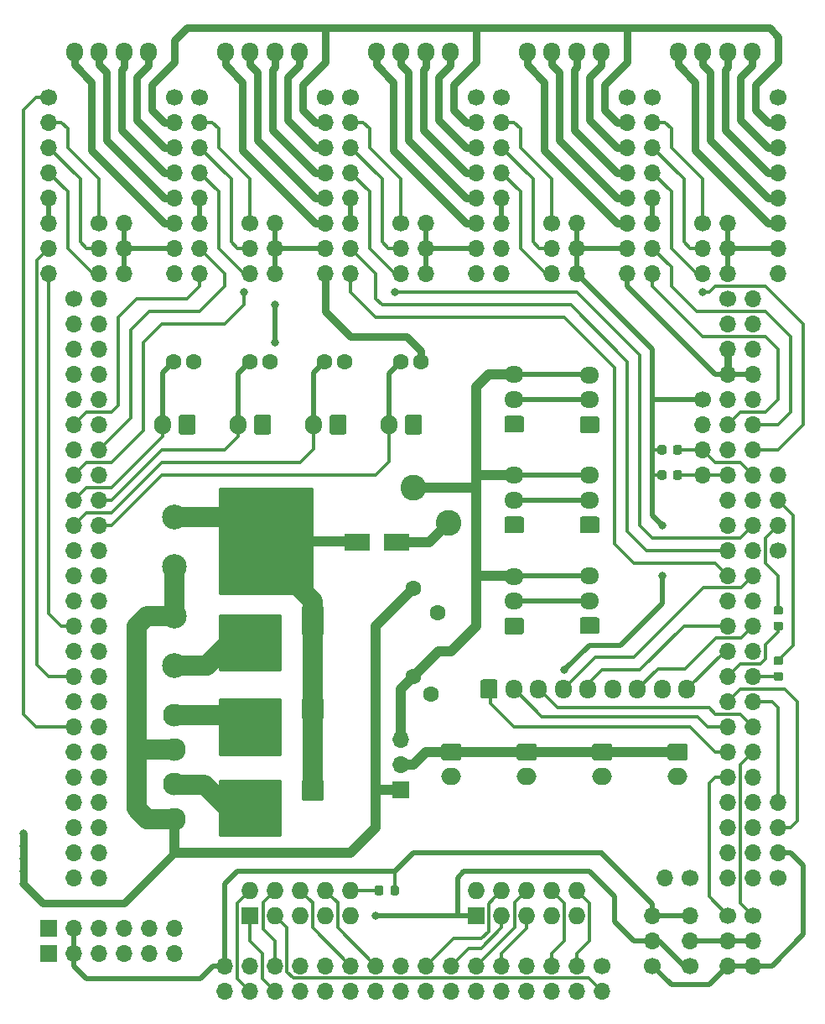
<source format=gbr>
G04 #@! TF.GenerationSoftware,KiCad,Pcbnew,(5.0.2)-1*
G04 #@! TF.CreationDate,2019-03-19T13:08:56+03:00*
G04 #@! TF.ProjectId,STM32F407VET6,53544d33-3246-4343-9037-564554362e6b,rev?*
G04 #@! TF.SameCoordinates,Original*
G04 #@! TF.FileFunction,Copper,L2,Bot*
G04 #@! TF.FilePolarity,Positive*
%FSLAX46Y46*%
G04 Gerber Fmt 4.6, Leading zero omitted, Abs format (unit mm)*
G04 Created by KiCad (PCBNEW (5.0.2)-1) date 19/03/2019 13:08:56*
%MOMM*%
%LPD*%
G01*
G04 APERTURE LIST*
G04 #@! TA.AperFunction,ComponentPad*
%ADD10C,2.600000*%
G04 #@! TD*
G04 #@! TA.AperFunction,Conductor*
%ADD11C,0.100000*%
G04 #@! TD*
G04 #@! TA.AperFunction,ComponentPad*
%ADD12C,1.700000*%
G04 #@! TD*
G04 #@! TA.AperFunction,ComponentPad*
%ADD13O,2.000000X1.700000*%
G04 #@! TD*
G04 #@! TA.AperFunction,ComponentPad*
%ADD14O,1.700000X1.700000*%
G04 #@! TD*
G04 #@! TA.AperFunction,ComponentPad*
%ADD15C,1.600000*%
G04 #@! TD*
G04 #@! TA.AperFunction,SMDPad,CuDef*
%ADD16C,0.875000*%
G04 #@! TD*
G04 #@! TA.AperFunction,SMDPad,CuDef*
%ADD17R,2.500000X1.800000*%
G04 #@! TD*
G04 #@! TA.AperFunction,ComponentPad*
%ADD18C,2.300000*%
G04 #@! TD*
G04 #@! TA.AperFunction,ComponentPad*
%ADD19R,1.727200X1.727200*%
G04 #@! TD*
G04 #@! TA.AperFunction,ComponentPad*
%ADD20O,1.727200X1.727200*%
G04 #@! TD*
G04 #@! TA.AperFunction,ComponentPad*
%ADD21O,1.700000X1.950000*%
G04 #@! TD*
G04 #@! TA.AperFunction,ComponentPad*
%ADD22R,1.700000X1.700000*%
G04 #@! TD*
G04 #@! TA.AperFunction,ComponentPad*
%ADD23O,1.700000X2.000000*%
G04 #@! TD*
G04 #@! TA.AperFunction,ComponentPad*
%ADD24O,1.950000X1.700000*%
G04 #@! TD*
G04 #@! TA.AperFunction,ComponentPad*
%ADD25C,2.500000*%
G04 #@! TD*
G04 #@! TA.AperFunction,ViaPad*
%ADD26C,0.800000*%
G04 #@! TD*
G04 #@! TA.AperFunction,Conductor*
%ADD27C,0.800000*%
G04 #@! TD*
G04 #@! TA.AperFunction,Conductor*
%ADD28C,0.300000*%
G04 #@! TD*
G04 #@! TA.AperFunction,Conductor*
%ADD29C,2.000000*%
G04 #@! TD*
G04 #@! TA.AperFunction,Conductor*
%ADD30C,0.500000*%
G04 #@! TD*
G04 #@! TA.AperFunction,Conductor*
%ADD31C,1.000000*%
G04 #@! TD*
G04 #@! TA.AperFunction,Conductor*
%ADD32C,0.254000*%
G04 #@! TD*
G04 APERTURE END LIST*
D10*
G04 #@! TO.P,L1,1*
G04 #@! TO.N,Net-(D1-Pad1)*
X159745534Y-106405534D03*
G04 #@! TO.P,L1,2*
G04 #@! TO.N,5V*
X156210000Y-102870000D03*
G04 #@! TD*
D11*
G04 #@! TO.N,Net-(J10-Pad1)*
G04 #@! TO.C,J43*
G36*
X160794504Y-128691204D02*
X160818773Y-128694804D01*
X160842571Y-128700765D01*
X160865671Y-128709030D01*
X160887849Y-128719520D01*
X160908893Y-128732133D01*
X160928598Y-128746747D01*
X160946777Y-128763223D01*
X160963253Y-128781402D01*
X160977867Y-128801107D01*
X160990480Y-128822151D01*
X161000970Y-128844329D01*
X161009235Y-128867429D01*
X161015196Y-128891227D01*
X161018796Y-128915496D01*
X161020000Y-128940000D01*
X161020000Y-130140000D01*
X161018796Y-130164504D01*
X161015196Y-130188773D01*
X161009235Y-130212571D01*
X161000970Y-130235671D01*
X160990480Y-130257849D01*
X160977867Y-130278893D01*
X160963253Y-130298598D01*
X160946777Y-130316777D01*
X160928598Y-130333253D01*
X160908893Y-130347867D01*
X160887849Y-130360480D01*
X160865671Y-130370970D01*
X160842571Y-130379235D01*
X160818773Y-130385196D01*
X160794504Y-130388796D01*
X160770000Y-130390000D01*
X159270000Y-130390000D01*
X159245496Y-130388796D01*
X159221227Y-130385196D01*
X159197429Y-130379235D01*
X159174329Y-130370970D01*
X159152151Y-130360480D01*
X159131107Y-130347867D01*
X159111402Y-130333253D01*
X159093223Y-130316777D01*
X159076747Y-130298598D01*
X159062133Y-130278893D01*
X159049520Y-130257849D01*
X159039030Y-130235671D01*
X159030765Y-130212571D01*
X159024804Y-130188773D01*
X159021204Y-130164504D01*
X159020000Y-130140000D01*
X159020000Y-128940000D01*
X159021204Y-128915496D01*
X159024804Y-128891227D01*
X159030765Y-128867429D01*
X159039030Y-128844329D01*
X159049520Y-128822151D01*
X159062133Y-128801107D01*
X159076747Y-128781402D01*
X159093223Y-128763223D01*
X159111402Y-128746747D01*
X159131107Y-128732133D01*
X159152151Y-128719520D01*
X159174329Y-128709030D01*
X159197429Y-128700765D01*
X159221227Y-128694804D01*
X159245496Y-128691204D01*
X159270000Y-128690000D01*
X160770000Y-128690000D01*
X160794504Y-128691204D01*
X160794504Y-128691204D01*
G37*
D12*
G04 #@! TD*
G04 #@! TO.P,J43,1*
G04 #@! TO.N,Net-(J10-Pad1)*
X160020000Y-129540000D03*
D13*
G04 #@! TO.P,J43,2*
G04 #@! TO.N,Net-(J43-Pad2)*
X160020000Y-132040000D03*
G04 #@! TD*
D14*
G04 #@! TO.P,J52,3*
G04 #@! TO.N,GND*
X187960000Y-151130000D03*
G04 #@! TO.P,J52,2*
G04 #@! TO.N,Net-(J51-Pad2)*
X187960000Y-148590000D03*
D12*
G04 #@! TO.P,J52,1*
G04 #@! TO.N,PWM1*
X187960000Y-146050000D03*
G04 #@! TD*
G04 #@! TO.P,J30,1*
G04 #@! TO.N,3V3*
X187960000Y-83820000D03*
D14*
G04 #@! TO.P,J30,2*
X190500000Y-83820000D03*
G04 #@! TO.P,J30,3*
X187960000Y-86360000D03*
G04 #@! TO.P,J30,4*
X190500000Y-86360000D03*
G04 #@! TO.P,J30,5*
G04 #@! TO.N,GND*
X187960000Y-88900000D03*
G04 #@! TO.P,J30,6*
G04 #@! TO.N,Net-(J30-Pad6)*
X190500000Y-88900000D03*
G04 #@! TO.P,J30,7*
G04 #@! TO.N,GND*
X187960000Y-91440000D03*
G04 #@! TO.P,J30,8*
X190500000Y-91440000D03*
G04 #@! TO.P,J30,9*
X187960000Y-93980000D03*
G04 #@! TO.P,J30,10*
X190500000Y-93980000D03*
G04 #@! TO.P,J30,11*
G04 #@! TO.N,E1_Dir*
X187960000Y-96520000D03*
G04 #@! TO.P,J30,12*
G04 #@! TO.N,E1_Step*
X190500000Y-96520000D03*
G04 #@! TO.P,J30,13*
G04 #@! TO.N,E0_En*
X187960000Y-99060000D03*
G04 #@! TO.P,J30,14*
G04 #@! TO.N,E1_En*
X190500000Y-99060000D03*
G04 #@! TO.P,J30,15*
G04 #@! TO.N,SDA*
X187960000Y-101600000D03*
G04 #@! TO.P,J30,16*
G04 #@! TO.N,SCL*
X190500000Y-101600000D03*
G04 #@! TO.P,J30,17*
G04 #@! TO.N,Net-(J30-Pad17)*
X187960000Y-104140000D03*
G04 #@! TO.P,J30,18*
G04 #@! TO.N,Net-(J30-Pad18)*
X190500000Y-104140000D03*
G04 #@! TO.P,J30,19*
G04 #@! TO.N,E0_Step*
X187960000Y-106680000D03*
G04 #@! TO.P,J30,20*
G04 #@! TO.N,Z_En*
X190500000Y-106680000D03*
G04 #@! TO.P,J30,21*
G04 #@! TO.N,Z_Step*
X187960000Y-109220000D03*
G04 #@! TO.P,J30,22*
G04 #@! TO.N,Net-(J30-Pad22)*
X190500000Y-109220000D03*
G04 #@! TO.P,J30,23*
G04 #@! TO.N,Z_Dir*
X187960000Y-111760000D03*
G04 #@! TO.P,J30,24*
G04 #@! TO.N,SDIO_CMD*
X190500000Y-111760000D03*
G04 #@! TO.P,J30,25*
G04 #@! TO.N,Net-(J30-Pad25)*
X187960000Y-114300000D03*
G04 #@! TO.P,J30,26*
G04 #@! TO.N,E0_Dir*
X190500000Y-114300000D03*
G04 #@! TO.P,J30,27*
G04 #@! TO.N,SDIO_SCK*
X187960000Y-116840000D03*
G04 #@! TO.P,J30,28*
G04 #@! TO.N,SDIO_D3*
X190500000Y-116840000D03*
G04 #@! TO.P,J30,29*
G04 #@! TO.N,SDIO_D2*
X187960000Y-119380000D03*
G04 #@! TO.P,J30,30*
G04 #@! TO.N,X+*
X190500000Y-119380000D03*
G04 #@! TO.P,J30,31*
G04 #@! TO.N,USB_DM*
X187960000Y-121920000D03*
G04 #@! TO.P,J30,32*
G04 #@! TO.N,USB_DP*
X190500000Y-121920000D03*
G04 #@! TO.P,J30,33*
G04 #@! TO.N,RX*
X187960000Y-124460000D03*
G04 #@! TO.P,J30,34*
G04 #@! TO.N,TX*
X190500000Y-124460000D03*
G04 #@! TO.P,J30,35*
G04 #@! TO.N,SDIO_DET*
X187960000Y-127000000D03*
G04 #@! TO.P,J30,36*
G04 #@! TO.N,SDIO_D1*
X190500000Y-127000000D03*
G04 #@! TO.P,J30,37*
G04 #@! TO.N,SDIO_D0*
X187960000Y-129540000D03*
G04 #@! TO.P,J30,38*
G04 #@! TO.N,PWM2*
X190500000Y-129540000D03*
G04 #@! TO.P,J30,39*
G04 #@! TO.N,PWM1*
X187960000Y-132080000D03*
G04 #@! TO.P,J30,40*
G04 #@! TO.N,Z+*
X190500000Y-132080000D03*
G04 #@! TO.P,J30,41*
G04 #@! TO.N,Z-*
X187960000Y-134620000D03*
G04 #@! TO.P,J30,42*
G04 #@! TO.N,Net-(J30-Pad42)*
X190500000Y-134620000D03*
G04 #@! TO.P,J30,43*
G04 #@! TO.N,Y+*
X187960000Y-137160000D03*
G04 #@! TO.P,J30,44*
G04 #@! TO.N,PD11*
X190500000Y-137160000D03*
G04 #@! TO.P,J30,45*
G04 #@! TO.N,Net-(J30-Pad45)*
X187960000Y-139700000D03*
G04 #@! TO.P,J30,46*
G04 #@! TO.N,Net-(J30-Pad46)*
X190500000Y-139700000D03*
G04 #@! TO.P,J30,47*
G04 #@! TO.N,Net-(J30-Pad47)*
X187960000Y-142240000D03*
G04 #@! TO.P,J30,48*
G04 #@! TO.N,Net-(J30-Pad48)*
X190500000Y-142240000D03*
G04 #@! TD*
D15*
G04 #@! TO.P,C2,2*
G04 #@! TO.N,GND*
X141700000Y-90170000D03*
G04 #@! TO.P,C2,1*
G04 #@! TO.N,T1*
X139700000Y-90170000D03*
G04 #@! TD*
G04 #@! TO.P,C4,2*
G04 #@! TO.N,GND*
X156940000Y-90170000D03*
G04 #@! TO.P,C4,1*
G04 #@! TO.N,TC*
X154940000Y-90170000D03*
G04 #@! TD*
G04 #@! TO.P,C1,1*
G04 #@! TO.N,T0*
X131985000Y-90170000D03*
G04 #@! TO.P,C1,2*
G04 #@! TO.N,GND*
X133985000Y-90170000D03*
G04 #@! TD*
G04 #@! TO.P,C3,1*
G04 #@! TO.N,TB*
X147225000Y-90170000D03*
G04 #@! TO.P,C3,2*
G04 #@! TO.N,GND*
X149225000Y-90170000D03*
G04 #@! TD*
G04 #@! TO.P,C5,1*
G04 #@! TO.N,12V*
X156210000Y-113030000D03*
G04 #@! TO.P,C5,2*
G04 #@! TO.N,GND*
X158684874Y-115504874D03*
G04 #@! TD*
D11*
G04 #@! TO.N,3V3*
G04 #@! TO.C,R20*
G36*
X181545191Y-98586053D02*
X181566426Y-98589203D01*
X181587250Y-98594419D01*
X181607462Y-98601651D01*
X181626868Y-98610830D01*
X181645281Y-98621866D01*
X181662524Y-98634654D01*
X181678430Y-98649070D01*
X181692846Y-98664976D01*
X181705634Y-98682219D01*
X181716670Y-98700632D01*
X181725849Y-98720038D01*
X181733081Y-98740250D01*
X181738297Y-98761074D01*
X181741447Y-98782309D01*
X181742500Y-98803750D01*
X181742500Y-99316250D01*
X181741447Y-99337691D01*
X181738297Y-99358926D01*
X181733081Y-99379750D01*
X181725849Y-99399962D01*
X181716670Y-99419368D01*
X181705634Y-99437781D01*
X181692846Y-99455024D01*
X181678430Y-99470930D01*
X181662524Y-99485346D01*
X181645281Y-99498134D01*
X181626868Y-99509170D01*
X181607462Y-99518349D01*
X181587250Y-99525581D01*
X181566426Y-99530797D01*
X181545191Y-99533947D01*
X181523750Y-99535000D01*
X181086250Y-99535000D01*
X181064809Y-99533947D01*
X181043574Y-99530797D01*
X181022750Y-99525581D01*
X181002538Y-99518349D01*
X180983132Y-99509170D01*
X180964719Y-99498134D01*
X180947476Y-99485346D01*
X180931570Y-99470930D01*
X180917154Y-99455024D01*
X180904366Y-99437781D01*
X180893330Y-99419368D01*
X180884151Y-99399962D01*
X180876919Y-99379750D01*
X180871703Y-99358926D01*
X180868553Y-99337691D01*
X180867500Y-99316250D01*
X180867500Y-98803750D01*
X180868553Y-98782309D01*
X180871703Y-98761074D01*
X180876919Y-98740250D01*
X180884151Y-98720038D01*
X180893330Y-98700632D01*
X180904366Y-98682219D01*
X180917154Y-98664976D01*
X180931570Y-98649070D01*
X180947476Y-98634654D01*
X180964719Y-98621866D01*
X180983132Y-98610830D01*
X181002538Y-98601651D01*
X181022750Y-98594419D01*
X181043574Y-98589203D01*
X181064809Y-98586053D01*
X181086250Y-98585000D01*
X181523750Y-98585000D01*
X181545191Y-98586053D01*
X181545191Y-98586053D01*
G37*
D16*
G04 #@! TD*
G04 #@! TO.P,R20,1*
G04 #@! TO.N,3V3*
X181305000Y-99060000D03*
D11*
G04 #@! TO.N,SCL*
G04 #@! TO.C,R20*
G36*
X183120191Y-98586053D02*
X183141426Y-98589203D01*
X183162250Y-98594419D01*
X183182462Y-98601651D01*
X183201868Y-98610830D01*
X183220281Y-98621866D01*
X183237524Y-98634654D01*
X183253430Y-98649070D01*
X183267846Y-98664976D01*
X183280634Y-98682219D01*
X183291670Y-98700632D01*
X183300849Y-98720038D01*
X183308081Y-98740250D01*
X183313297Y-98761074D01*
X183316447Y-98782309D01*
X183317500Y-98803750D01*
X183317500Y-99316250D01*
X183316447Y-99337691D01*
X183313297Y-99358926D01*
X183308081Y-99379750D01*
X183300849Y-99399962D01*
X183291670Y-99419368D01*
X183280634Y-99437781D01*
X183267846Y-99455024D01*
X183253430Y-99470930D01*
X183237524Y-99485346D01*
X183220281Y-99498134D01*
X183201868Y-99509170D01*
X183182462Y-99518349D01*
X183162250Y-99525581D01*
X183141426Y-99530797D01*
X183120191Y-99533947D01*
X183098750Y-99535000D01*
X182661250Y-99535000D01*
X182639809Y-99533947D01*
X182618574Y-99530797D01*
X182597750Y-99525581D01*
X182577538Y-99518349D01*
X182558132Y-99509170D01*
X182539719Y-99498134D01*
X182522476Y-99485346D01*
X182506570Y-99470930D01*
X182492154Y-99455024D01*
X182479366Y-99437781D01*
X182468330Y-99419368D01*
X182459151Y-99399962D01*
X182451919Y-99379750D01*
X182446703Y-99358926D01*
X182443553Y-99337691D01*
X182442500Y-99316250D01*
X182442500Y-98803750D01*
X182443553Y-98782309D01*
X182446703Y-98761074D01*
X182451919Y-98740250D01*
X182459151Y-98720038D01*
X182468330Y-98700632D01*
X182479366Y-98682219D01*
X182492154Y-98664976D01*
X182506570Y-98649070D01*
X182522476Y-98634654D01*
X182539719Y-98621866D01*
X182558132Y-98610830D01*
X182577538Y-98601651D01*
X182597750Y-98594419D01*
X182618574Y-98589203D01*
X182639809Y-98586053D01*
X182661250Y-98585000D01*
X183098750Y-98585000D01*
X183120191Y-98586053D01*
X183120191Y-98586053D01*
G37*
D16*
G04 #@! TD*
G04 #@! TO.P,R20,2*
G04 #@! TO.N,SCL*
X182880000Y-99060000D03*
D11*
G04 #@! TO.N,Net-(J45-Pad3)*
G04 #@! TO.C,R19*
G36*
X193317691Y-119908553D02*
X193338926Y-119911703D01*
X193359750Y-119916919D01*
X193379962Y-119924151D01*
X193399368Y-119933330D01*
X193417781Y-119944366D01*
X193435024Y-119957154D01*
X193450930Y-119971570D01*
X193465346Y-119987476D01*
X193478134Y-120004719D01*
X193489170Y-120023132D01*
X193498349Y-120042538D01*
X193505581Y-120062750D01*
X193510797Y-120083574D01*
X193513947Y-120104809D01*
X193515000Y-120126250D01*
X193515000Y-120563750D01*
X193513947Y-120585191D01*
X193510797Y-120606426D01*
X193505581Y-120627250D01*
X193498349Y-120647462D01*
X193489170Y-120666868D01*
X193478134Y-120685281D01*
X193465346Y-120702524D01*
X193450930Y-120718430D01*
X193435024Y-120732846D01*
X193417781Y-120745634D01*
X193399368Y-120756670D01*
X193379962Y-120765849D01*
X193359750Y-120773081D01*
X193338926Y-120778297D01*
X193317691Y-120781447D01*
X193296250Y-120782500D01*
X192783750Y-120782500D01*
X192762309Y-120781447D01*
X192741074Y-120778297D01*
X192720250Y-120773081D01*
X192700038Y-120765849D01*
X192680632Y-120756670D01*
X192662219Y-120745634D01*
X192644976Y-120732846D01*
X192629070Y-120718430D01*
X192614654Y-120702524D01*
X192601866Y-120685281D01*
X192590830Y-120666868D01*
X192581651Y-120647462D01*
X192574419Y-120627250D01*
X192569203Y-120606426D01*
X192566053Y-120585191D01*
X192565000Y-120563750D01*
X192565000Y-120126250D01*
X192566053Y-120104809D01*
X192569203Y-120083574D01*
X192574419Y-120062750D01*
X192581651Y-120042538D01*
X192590830Y-120023132D01*
X192601866Y-120004719D01*
X192614654Y-119987476D01*
X192629070Y-119971570D01*
X192644976Y-119957154D01*
X192662219Y-119944366D01*
X192680632Y-119933330D01*
X192700038Y-119924151D01*
X192720250Y-119916919D01*
X192741074Y-119911703D01*
X192762309Y-119908553D01*
X192783750Y-119907500D01*
X193296250Y-119907500D01*
X193317691Y-119908553D01*
X193317691Y-119908553D01*
G37*
D16*
G04 #@! TD*
G04 #@! TO.P,R19,2*
G04 #@! TO.N,Net-(J45-Pad3)*
X193040000Y-120345000D03*
D11*
G04 #@! TO.N,USB_DP*
G04 #@! TO.C,R19*
G36*
X193317691Y-121483553D02*
X193338926Y-121486703D01*
X193359750Y-121491919D01*
X193379962Y-121499151D01*
X193399368Y-121508330D01*
X193417781Y-121519366D01*
X193435024Y-121532154D01*
X193450930Y-121546570D01*
X193465346Y-121562476D01*
X193478134Y-121579719D01*
X193489170Y-121598132D01*
X193498349Y-121617538D01*
X193505581Y-121637750D01*
X193510797Y-121658574D01*
X193513947Y-121679809D01*
X193515000Y-121701250D01*
X193515000Y-122138750D01*
X193513947Y-122160191D01*
X193510797Y-122181426D01*
X193505581Y-122202250D01*
X193498349Y-122222462D01*
X193489170Y-122241868D01*
X193478134Y-122260281D01*
X193465346Y-122277524D01*
X193450930Y-122293430D01*
X193435024Y-122307846D01*
X193417781Y-122320634D01*
X193399368Y-122331670D01*
X193379962Y-122340849D01*
X193359750Y-122348081D01*
X193338926Y-122353297D01*
X193317691Y-122356447D01*
X193296250Y-122357500D01*
X192783750Y-122357500D01*
X192762309Y-122356447D01*
X192741074Y-122353297D01*
X192720250Y-122348081D01*
X192700038Y-122340849D01*
X192680632Y-122331670D01*
X192662219Y-122320634D01*
X192644976Y-122307846D01*
X192629070Y-122293430D01*
X192614654Y-122277524D01*
X192601866Y-122260281D01*
X192590830Y-122241868D01*
X192581651Y-122222462D01*
X192574419Y-122202250D01*
X192569203Y-122181426D01*
X192566053Y-122160191D01*
X192565000Y-122138750D01*
X192565000Y-121701250D01*
X192566053Y-121679809D01*
X192569203Y-121658574D01*
X192574419Y-121637750D01*
X192581651Y-121617538D01*
X192590830Y-121598132D01*
X192601866Y-121579719D01*
X192614654Y-121562476D01*
X192629070Y-121546570D01*
X192644976Y-121532154D01*
X192662219Y-121519366D01*
X192680632Y-121508330D01*
X192700038Y-121499151D01*
X192720250Y-121491919D01*
X192741074Y-121486703D01*
X192762309Y-121483553D01*
X192783750Y-121482500D01*
X193296250Y-121482500D01*
X193317691Y-121483553D01*
X193317691Y-121483553D01*
G37*
D16*
G04 #@! TD*
G04 #@! TO.P,R19,1*
G04 #@! TO.N,USB_DP*
X193040000Y-121920000D03*
D17*
G04 #@! TO.P,D1,1*
G04 #@! TO.N,Net-(D1-Pad1)*
X154495000Y-108356400D03*
G04 #@! TO.P,D1,2*
G04 #@! TO.N,GND*
X150495000Y-108356400D03*
G04 #@! TD*
D18*
G04 #@! TO.P,J7,2*
G04 #@! TO.N,12V*
X132080000Y-129285000D03*
G04 #@! TO.P,J7,1*
G04 #@! TO.N,Net-(J7-Pad1)*
X132080000Y-125785000D03*
G04 #@! TD*
G04 #@! TO.P,J8,1*
G04 #@! TO.N,Net-(J8-Pad1)*
X132080000Y-132785000D03*
G04 #@! TO.P,J8,2*
G04 #@! TO.N,12V*
X132080000Y-136285000D03*
G04 #@! TD*
D19*
G04 #@! TO.P,J23,1*
G04 #@! TO.N,Abort*
X139700000Y-146050000D03*
D20*
G04 #@! TO.P,J23,2*
G04 #@! TO.N,GND*
X139700000Y-143510000D03*
G04 #@! TO.P,J23,3*
G04 #@! TO.N,Reset*
X142240000Y-146050000D03*
G04 #@! TO.P,J23,4*
G04 #@! TO.N,SDDET*
X142240000Y-143510000D03*
G04 #@! TO.P,J23,5*
G04 #@! TO.N,MOSI*
X144780000Y-146050000D03*
G04 #@! TO.P,J23,6*
G04 #@! TO.N,EN2*
X144780000Y-143510000D03*
G04 #@! TO.P,J23,7*
G04 #@! TO.N,SDSS*
X147320000Y-146050000D03*
G04 #@! TO.P,J23,8*
G04 #@! TO.N,EN1*
X147320000Y-143510000D03*
G04 #@! TO.P,J23,9*
G04 #@! TO.N,CLK*
X149860000Y-146050000D03*
G04 #@! TO.P,J23,10*
G04 #@! TO.N,MISO*
X149860000Y-143510000D03*
G04 #@! TD*
D12*
G04 #@! TO.P,J25,1*
G04 #@! TO.N,GND*
X175260000Y-151130000D03*
D14*
G04 #@! TO.P,J25,2*
G04 #@! TO.N,Reset*
X175260000Y-153670000D03*
G04 #@! TO.P,J25,3*
G04 #@! TO.N,Beeper*
X172720000Y-151130000D03*
G04 #@! TO.P,J25,4*
G04 #@! TO.N,ENC*
X172720000Y-153670000D03*
G04 #@! TO.P,J25,5*
G04 #@! TO.N,LCDE*
X170180000Y-151130000D03*
G04 #@! TO.P,J25,6*
G04 #@! TO.N,LCDRS*
X170180000Y-153670000D03*
G04 #@! TO.P,J25,7*
G04 #@! TO.N,Fan3*
X167640000Y-151130000D03*
G04 #@! TO.P,J25,8*
G04 #@! TO.N,Fan2*
X167640000Y-153670000D03*
G04 #@! TO.P,J25,9*
G04 #@! TO.N,LCD5*
X165100000Y-151130000D03*
G04 #@! TO.P,J25,10*
G04 #@! TO.N,Fan1*
X165100000Y-153670000D03*
G04 #@! TO.P,J25,11*
G04 #@! TO.N,LCD4*
X162560000Y-151130000D03*
G04 #@! TO.P,J25,12*
G04 #@! TO.N,Fan0*
X162560000Y-153670000D03*
G04 #@! TO.P,J25,13*
G04 #@! TO.N,LCD7*
X160020000Y-151130000D03*
G04 #@! TO.P,J25,14*
G04 #@! TO.N,Net-(J25-Pad14)*
X160020000Y-153670000D03*
G04 #@! TO.P,J25,15*
G04 #@! TO.N,LCD6*
X157480000Y-151130000D03*
G04 #@! TO.P,J25,16*
G04 #@! TO.N,Net-(J25-Pad16)*
X157480000Y-153670000D03*
G04 #@! TO.P,J25,17*
G04 #@! TO.N,Net-(J25-Pad17)*
X154940000Y-151130000D03*
G04 #@! TO.P,J25,18*
G04 #@! TO.N,Net-(J25-Pad18)*
X154940000Y-153670000D03*
G04 #@! TO.P,J25,19*
G04 #@! TO.N,EN1*
X152400000Y-151130000D03*
G04 #@! TO.P,J25,20*
G04 #@! TO.N,Net-(J25-Pad20)*
X152400000Y-153670000D03*
G04 #@! TO.P,J25,21*
G04 #@! TO.N,EN2*
X149860000Y-151130000D03*
G04 #@! TO.P,J25,22*
G04 #@! TO.N,Net-(J25-Pad22)*
X149860000Y-153670000D03*
G04 #@! TO.P,J25,23*
G04 #@! TO.N,CLK*
X147320000Y-151130000D03*
G04 #@! TO.P,J25,24*
G04 #@! TO.N,SDSS*
X147320000Y-153670000D03*
G04 #@! TO.P,J25,25*
G04 #@! TO.N,MOSI*
X144780000Y-151130000D03*
G04 #@! TO.P,J25,26*
G04 #@! TO.N,MISO*
X144780000Y-153670000D03*
G04 #@! TO.P,J25,27*
G04 #@! TO.N,SDDET*
X142240000Y-151130000D03*
G04 #@! TO.P,J25,28*
G04 #@! TO.N,Abort*
X142240000Y-153670000D03*
G04 #@! TO.P,J25,29*
G04 #@! TO.N,Net-(J25-Pad29)*
X139700000Y-151130000D03*
G04 #@! TO.P,J25,30*
G04 #@! TO.N,GND*
X139700000Y-153670000D03*
G04 #@! TO.P,J25,31*
G04 #@! TO.N,3V3*
X137160000Y-151130000D03*
G04 #@! TO.P,J25,32*
G04 #@! TO.N,GND*
X137160000Y-153670000D03*
G04 #@! TD*
D15*
G04 #@! TO.P,C6,1*
G04 #@! TO.N,5V*
X156210000Y-121920000D03*
G04 #@! TO.P,C6,2*
G04 #@! TO.N,GND*
X157977767Y-123687767D03*
G04 #@! TD*
D14*
G04 #@! TO.P,J28,8*
G04 #@! TO.N,E0_Dir*
X165100000Y-81280000D03*
G04 #@! TO.P,J28,7*
G04 #@! TO.N,E0_Step*
X165100000Y-78740000D03*
G04 #@! TO.P,J28,6*
G04 #@! TO.N,Net-(J28-Pad5)*
X165100000Y-76200000D03*
G04 #@! TO.P,J28,5*
X165100000Y-73660000D03*
G04 #@! TO.P,J28,4*
G04 #@! TO.N,Net-(J28-Pad4)*
X165100000Y-71120000D03*
G04 #@! TO.P,J28,3*
G04 #@! TO.N,Net-(J28-Pad3)*
X165100000Y-68580000D03*
G04 #@! TO.P,J28,2*
G04 #@! TO.N,Net-(J28-Pad2)*
X165100000Y-66040000D03*
D12*
G04 #@! TO.P,J28,1*
G04 #@! TO.N,E0_En*
X165100000Y-63500000D03*
G04 #@! TD*
G04 #@! TO.P,J29,1*
G04 #@! TO.N,Net-(J28-Pad2)*
X170180000Y-76200000D03*
D14*
G04 #@! TO.P,J29,2*
G04 #@! TO.N,3V3*
X172720000Y-76200000D03*
G04 #@! TO.P,J29,3*
G04 #@! TO.N,Net-(J28-Pad3)*
X170180000Y-78740000D03*
G04 #@! TO.P,J29,4*
G04 #@! TO.N,3V3*
X172720000Y-78740000D03*
G04 #@! TO.P,J29,5*
G04 #@! TO.N,Net-(J28-Pad4)*
X170180000Y-81280000D03*
G04 #@! TO.P,J29,6*
G04 #@! TO.N,3V3*
X172720000Y-81280000D03*
G04 #@! TD*
D12*
G04 #@! TO.P,J31,1*
G04 #@! TO.N,E1_En*
X180340000Y-63500000D03*
D14*
G04 #@! TO.P,J31,2*
G04 #@! TO.N,Net-(J31-Pad2)*
X180340000Y-66040000D03*
G04 #@! TO.P,J31,3*
G04 #@! TO.N,Net-(J31-Pad3)*
X180340000Y-68580000D03*
G04 #@! TO.P,J31,4*
G04 #@! TO.N,Net-(J31-Pad4)*
X180340000Y-71120000D03*
G04 #@! TO.P,J31,5*
G04 #@! TO.N,Net-(J31-Pad5)*
X180340000Y-73660000D03*
G04 #@! TO.P,J31,6*
X180340000Y-76200000D03*
G04 #@! TO.P,J31,7*
G04 #@! TO.N,E1_Step*
X180340000Y-78740000D03*
G04 #@! TO.P,J31,8*
G04 #@! TO.N,E1_Dir*
X180340000Y-81280000D03*
G04 #@! TD*
G04 #@! TO.P,J32,6*
G04 #@! TO.N,3V3*
X187960000Y-81280000D03*
G04 #@! TO.P,J32,5*
G04 #@! TO.N,Net-(J31-Pad4)*
X185420000Y-81280000D03*
G04 #@! TO.P,J32,4*
G04 #@! TO.N,3V3*
X187960000Y-78740000D03*
G04 #@! TO.P,J32,3*
G04 #@! TO.N,Net-(J31-Pad3)*
X185420000Y-78740000D03*
G04 #@! TO.P,J32,2*
G04 #@! TO.N,3V3*
X187960000Y-76200000D03*
D12*
G04 #@! TO.P,J32,1*
G04 #@! TO.N,Net-(J31-Pad2)*
X185420000Y-76200000D03*
G04 #@! TD*
G04 #@! TO.P,J33,1*
G04 #@! TO.N,12V*
X132080000Y-63500000D03*
D14*
G04 #@! TO.P,J33,2*
G04 #@! TO.N,GND*
X132080000Y-66040000D03*
G04 #@! TO.P,J33,3*
G04 #@! TO.N,Net-(J33-Pad3)*
X132080000Y-68580000D03*
G04 #@! TO.P,J33,4*
G04 #@! TO.N,Net-(J33-Pad4)*
X132080000Y-71120000D03*
G04 #@! TO.P,J33,5*
G04 #@! TO.N,Net-(J33-Pad5)*
X132080000Y-73660000D03*
G04 #@! TO.P,J33,6*
G04 #@! TO.N,Net-(J33-Pad6)*
X132080000Y-76200000D03*
G04 #@! TO.P,J33,7*
G04 #@! TO.N,3V3*
X132080000Y-78740000D03*
G04 #@! TO.P,J33,8*
G04 #@! TO.N,GND*
X132080000Y-81280000D03*
G04 #@! TD*
G04 #@! TO.P,J34,8*
G04 #@! TO.N,GND*
X147320000Y-81280000D03*
G04 #@! TO.P,J34,7*
G04 #@! TO.N,3V3*
X147320000Y-78740000D03*
G04 #@! TO.P,J34,6*
G04 #@! TO.N,Net-(J34-Pad6)*
X147320000Y-76200000D03*
G04 #@! TO.P,J34,5*
G04 #@! TO.N,Net-(J34-Pad5)*
X147320000Y-73660000D03*
G04 #@! TO.P,J34,4*
G04 #@! TO.N,Net-(J34-Pad4)*
X147320000Y-71120000D03*
G04 #@! TO.P,J34,3*
G04 #@! TO.N,Net-(J34-Pad3)*
X147320000Y-68580000D03*
G04 #@! TO.P,J34,2*
G04 #@! TO.N,GND*
X147320000Y-66040000D03*
D12*
G04 #@! TO.P,J34,1*
G04 #@! TO.N,12V*
X147320000Y-63500000D03*
G04 #@! TD*
G04 #@! TO.P,J35,1*
G04 #@! TO.N,12V*
X162560000Y-63500000D03*
D14*
G04 #@! TO.P,J35,2*
G04 #@! TO.N,GND*
X162560000Y-66040000D03*
G04 #@! TO.P,J35,3*
G04 #@! TO.N,Net-(J35-Pad3)*
X162560000Y-68580000D03*
G04 #@! TO.P,J35,4*
G04 #@! TO.N,Net-(J35-Pad4)*
X162560000Y-71120000D03*
G04 #@! TO.P,J35,5*
G04 #@! TO.N,Net-(J35-Pad5)*
X162560000Y-73660000D03*
G04 #@! TO.P,J35,6*
G04 #@! TO.N,Net-(J35-Pad6)*
X162560000Y-76200000D03*
G04 #@! TO.P,J35,7*
G04 #@! TO.N,3V3*
X162560000Y-78740000D03*
G04 #@! TO.P,J35,8*
G04 #@! TO.N,GND*
X162560000Y-81280000D03*
G04 #@! TD*
G04 #@! TO.P,J36,8*
G04 #@! TO.N,GND*
X177800000Y-81280000D03*
G04 #@! TO.P,J36,7*
G04 #@! TO.N,3V3*
X177800000Y-78740000D03*
G04 #@! TO.P,J36,6*
G04 #@! TO.N,Net-(J36-Pad6)*
X177800000Y-76200000D03*
G04 #@! TO.P,J36,5*
G04 #@! TO.N,Net-(J36-Pad5)*
X177800000Y-73660000D03*
G04 #@! TO.P,J36,4*
G04 #@! TO.N,Net-(J36-Pad4)*
X177800000Y-71120000D03*
G04 #@! TO.P,J36,3*
G04 #@! TO.N,Net-(J36-Pad3)*
X177800000Y-68580000D03*
G04 #@! TO.P,J36,2*
G04 #@! TO.N,GND*
X177800000Y-66040000D03*
D12*
G04 #@! TO.P,J36,1*
G04 #@! TO.N,12V*
X177800000Y-63500000D03*
G04 #@! TD*
G04 #@! TO.P,J37,1*
G04 #@! TO.N,12V*
X193040000Y-63500000D03*
D14*
G04 #@! TO.P,J37,2*
G04 #@! TO.N,GND*
X193040000Y-66040000D03*
G04 #@! TO.P,J37,3*
G04 #@! TO.N,Net-(J37-Pad3)*
X193040000Y-68580000D03*
G04 #@! TO.P,J37,4*
G04 #@! TO.N,Net-(J37-Pad4)*
X193040000Y-71120000D03*
G04 #@! TO.P,J37,5*
G04 #@! TO.N,Net-(J37-Pad5)*
X193040000Y-73660000D03*
G04 #@! TO.P,J37,6*
G04 #@! TO.N,Net-(J37-Pad6)*
X193040000Y-76200000D03*
G04 #@! TO.P,J37,7*
G04 #@! TO.N,3V3*
X193040000Y-78740000D03*
G04 #@! TO.P,J37,8*
G04 #@! TO.N,GND*
X193040000Y-81280000D03*
G04 #@! TD*
D21*
G04 #@! TO.P,J38,1*
G04 #@! TO.N,Net-(J33-Pad3)*
X129460000Y-58928000D03*
G04 #@! TO.P,J38,2*
G04 #@! TO.N,Net-(J33-Pad4)*
X126960000Y-58928000D03*
G04 #@! TO.P,J38,3*
G04 #@! TO.N,Net-(J33-Pad5)*
X124460000Y-58928000D03*
G04 #@! TO.P,J38,4*
G04 #@! TO.N,Net-(J33-Pad6)*
X121960000Y-58928000D03*
G04 #@! TD*
G04 #@! TO.P,J39,1*
G04 #@! TO.N,Net-(J34-Pad3)*
X144700000Y-58928000D03*
G04 #@! TO.P,J39,2*
G04 #@! TO.N,Net-(J34-Pad4)*
X142200000Y-58928000D03*
G04 #@! TO.P,J39,3*
G04 #@! TO.N,Net-(J34-Pad5)*
X139700000Y-58928000D03*
G04 #@! TO.P,J39,4*
G04 #@! TO.N,Net-(J34-Pad6)*
X137200000Y-58928000D03*
G04 #@! TD*
G04 #@! TO.P,J40,1*
G04 #@! TO.N,Net-(J35-Pad3)*
X159940000Y-58928000D03*
G04 #@! TO.P,J40,2*
G04 #@! TO.N,Net-(J35-Pad4)*
X157440000Y-58928000D03*
G04 #@! TO.P,J40,3*
G04 #@! TO.N,Net-(J35-Pad5)*
X154940000Y-58928000D03*
G04 #@! TO.P,J40,4*
G04 #@! TO.N,Net-(J35-Pad6)*
X152440000Y-58928000D03*
G04 #@! TD*
G04 #@! TO.P,J41,1*
G04 #@! TO.N,Net-(J36-Pad3)*
X175180000Y-58928000D03*
G04 #@! TO.P,J41,2*
G04 #@! TO.N,Net-(J36-Pad4)*
X172680000Y-58928000D03*
G04 #@! TO.P,J41,3*
G04 #@! TO.N,Net-(J36-Pad5)*
X170180000Y-58928000D03*
G04 #@! TO.P,J41,4*
G04 #@! TO.N,Net-(J36-Pad6)*
X167680000Y-58928000D03*
G04 #@! TD*
G04 #@! TO.P,J42,4*
G04 #@! TO.N,Net-(J37-Pad6)*
X182920000Y-58928000D03*
G04 #@! TO.P,J42,3*
G04 #@! TO.N,Net-(J37-Pad5)*
X185420000Y-58928000D03*
G04 #@! TO.P,J42,2*
G04 #@! TO.N,Net-(J37-Pad4)*
X187920000Y-58928000D03*
G04 #@! TO.P,J42,1*
G04 #@! TO.N,Net-(J37-Pad3)*
X190420000Y-58928000D03*
G04 #@! TD*
D12*
G04 #@! TO.P,J12,1*
G04 #@! TO.N,X_En*
X119380000Y-63500000D03*
D14*
G04 #@! TO.P,J12,2*
G04 #@! TO.N,Net-(J12-Pad2)*
X119380000Y-66040000D03*
G04 #@! TO.P,J12,3*
G04 #@! TO.N,Net-(J12-Pad3)*
X119380000Y-68580000D03*
G04 #@! TO.P,J12,4*
G04 #@! TO.N,Net-(J12-Pad4)*
X119380000Y-71120000D03*
G04 #@! TO.P,J12,5*
G04 #@! TO.N,Net-(J12-Pad5)*
X119380000Y-73660000D03*
G04 #@! TO.P,J12,6*
X119380000Y-76200000D03*
G04 #@! TO.P,J12,7*
G04 #@! TO.N,X_Step*
X119380000Y-78740000D03*
G04 #@! TO.P,J12,8*
G04 #@! TO.N,X_Dir*
X119380000Y-81280000D03*
G04 #@! TD*
D12*
G04 #@! TO.P,J13,1*
G04 #@! TO.N,Net-(J12-Pad2)*
X124460000Y-76200000D03*
D14*
G04 #@! TO.P,J13,2*
G04 #@! TO.N,3V3*
X127000000Y-76200000D03*
G04 #@! TO.P,J13,3*
G04 #@! TO.N,Net-(J12-Pad3)*
X124460000Y-78740000D03*
G04 #@! TO.P,J13,4*
G04 #@! TO.N,3V3*
X127000000Y-78740000D03*
G04 #@! TO.P,J13,5*
G04 #@! TO.N,Net-(J12-Pad4)*
X124460000Y-81280000D03*
G04 #@! TO.P,J13,6*
G04 #@! TO.N,3V3*
X127000000Y-81280000D03*
G04 #@! TD*
D12*
G04 #@! TO.P,J17,1*
G04 #@! TO.N,5V*
X121920000Y-83820000D03*
D14*
G04 #@! TO.P,J17,2*
X124460000Y-83820000D03*
G04 #@! TO.P,J17,3*
X121920000Y-86360000D03*
G04 #@! TO.P,J17,4*
X124460000Y-86360000D03*
G04 #@! TO.P,J17,5*
G04 #@! TO.N,3V3*
X121920000Y-88900000D03*
G04 #@! TO.P,J17,6*
X124460000Y-88900000D03*
G04 #@! TO.P,J17,7*
X121920000Y-91440000D03*
G04 #@! TO.P,J17,8*
X124460000Y-91440000D03*
G04 #@! TO.P,J17,9*
G04 #@! TO.N,GND*
X121920000Y-93980000D03*
G04 #@! TO.P,J17,10*
X124460000Y-93980000D03*
G04 #@! TO.P,J17,11*
G04 #@! TO.N,Y_Dir*
X121920000Y-96520000D03*
G04 #@! TO.P,J17,12*
G04 #@! TO.N,Net-(J17-Pad12)*
X124460000Y-96520000D03*
G04 #@! TO.P,J17,13*
G04 #@! TO.N,Net-(J17-Pad13)*
X121920000Y-99060000D03*
G04 #@! TO.P,J17,14*
G04 #@! TO.N,Y_Step*
X124460000Y-99060000D03*
G04 #@! TO.P,J17,15*
G04 #@! TO.N,Y_En*
X121920000Y-101600000D03*
G04 #@! TO.P,J17,16*
G04 #@! TO.N,X-*
X124460000Y-101600000D03*
G04 #@! TO.P,J17,17*
G04 #@! TO.N,T0*
X121920000Y-104140000D03*
G04 #@! TO.P,J17,18*
G04 #@! TO.N,T1*
X124460000Y-104140000D03*
G04 #@! TO.P,J17,19*
G04 #@! TO.N,TB*
X121920000Y-106680000D03*
G04 #@! TO.P,J17,20*
G04 #@! TO.N,TC*
X124460000Y-106680000D03*
G04 #@! TO.P,J17,21*
G04 #@! TO.N,GND*
X121920000Y-109220000D03*
G04 #@! TO.P,J17,22*
G04 #@! TO.N,3V3*
X124460000Y-109220000D03*
G04 #@! TO.P,J17,23*
G04 #@! TO.N,Net-(J17-Pad23)*
X121920000Y-111760000D03*
G04 #@! TO.P,J17,24*
G04 #@! TO.N,HotBed*
X124460000Y-111760000D03*
G04 #@! TO.P,J17,25*
G04 #@! TO.N,Heater0*
X121920000Y-114300000D03*
G04 #@! TO.P,J17,26*
G04 #@! TO.N,Heater1*
X124460000Y-114300000D03*
G04 #@! TO.P,J17,27*
G04 #@! TO.N,X_Dir*
X121920000Y-116840000D03*
G04 #@! TO.P,J17,28*
G04 #@! TO.N,Y-*
X124460000Y-116840000D03*
G04 #@! TO.P,J17,29*
G04 #@! TO.N,Net-(J17-Pad29)*
X121920000Y-119380000D03*
G04 #@! TO.P,J17,30*
G04 #@! TO.N,Net-(J17-Pad30)*
X124460000Y-119380000D03*
G04 #@! TO.P,J17,31*
G04 #@! TO.N,X_Step*
X121920000Y-121920000D03*
G04 #@! TO.P,J17,32*
G04 #@! TO.N,Net-(J17-Pad32)*
X124460000Y-121920000D03*
G04 #@! TO.P,J17,33*
G04 #@! TO.N,Net-(J17-Pad33)*
X121920000Y-124460000D03*
G04 #@! TO.P,J17,34*
G04 #@! TO.N,Net-(J17-Pad34)*
X124460000Y-124460000D03*
G04 #@! TO.P,J17,35*
G04 #@! TO.N,X_En*
X121920000Y-127000000D03*
G04 #@! TO.P,J17,36*
G04 #@! TO.N,Net-(J17-Pad36)*
X124460000Y-127000000D03*
G04 #@! TO.P,J17,37*
G04 #@! TO.N,Net-(J17-Pad37)*
X121920000Y-129540000D03*
G04 #@! TO.P,J17,38*
G04 #@! TO.N,Net-(J17-Pad38)*
X124460000Y-129540000D03*
G04 #@! TO.P,J17,39*
G04 #@! TO.N,Net-(J17-Pad39)*
X121920000Y-132080000D03*
G04 #@! TO.P,J17,40*
G04 #@! TO.N,Net-(J17-Pad40)*
X124460000Y-132080000D03*
G04 #@! TO.P,J17,41*
G04 #@! TO.N,Net-(J17-Pad41)*
X121920000Y-134620000D03*
G04 #@! TO.P,J17,42*
G04 #@! TO.N,Net-(J17-Pad42)*
X124460000Y-134620000D03*
G04 #@! TO.P,J17,43*
G04 #@! TO.N,Net-(J17-Pad43)*
X121920000Y-137160000D03*
G04 #@! TO.P,J17,44*
G04 #@! TO.N,SS1*
X124460000Y-137160000D03*
G04 #@! TO.P,J17,45*
G04 #@! TO.N,SS2*
X121920000Y-139700000D03*
G04 #@! TO.P,J17,46*
G04 #@! TO.N,Net-(J17-Pad46)*
X124460000Y-139700000D03*
G04 #@! TO.P,J17,47*
G04 #@! TO.N,CLK*
X121920000Y-142240000D03*
G04 #@! TO.P,J17,48*
G04 #@! TO.N,MISO*
X124460000Y-142240000D03*
G04 #@! TD*
G04 #@! TO.P,J18,8*
G04 #@! TO.N,Y_Dir*
X134620000Y-81280000D03*
G04 #@! TO.P,J18,7*
G04 #@! TO.N,Y_Step*
X134620000Y-78740000D03*
G04 #@! TO.P,J18,6*
G04 #@! TO.N,Net-(J18-Pad5)*
X134620000Y-76200000D03*
G04 #@! TO.P,J18,5*
X134620000Y-73660000D03*
G04 #@! TO.P,J18,4*
G04 #@! TO.N,Net-(J18-Pad4)*
X134620000Y-71120000D03*
G04 #@! TO.P,J18,3*
G04 #@! TO.N,Net-(J18-Pad3)*
X134620000Y-68580000D03*
G04 #@! TO.P,J18,2*
G04 #@! TO.N,Net-(J18-Pad2)*
X134620000Y-66040000D03*
D12*
G04 #@! TO.P,J18,1*
G04 #@! TO.N,Y_En*
X134620000Y-63500000D03*
G04 #@! TD*
D14*
G04 #@! TO.P,J22,6*
G04 #@! TO.N,3V3*
X142240000Y-81280000D03*
G04 #@! TO.P,J22,5*
G04 #@! TO.N,Net-(J18-Pad4)*
X139700000Y-81280000D03*
G04 #@! TO.P,J22,4*
G04 #@! TO.N,3V3*
X142240000Y-78740000D03*
G04 #@! TO.P,J22,3*
G04 #@! TO.N,Net-(J18-Pad3)*
X139700000Y-78740000D03*
G04 #@! TO.P,J22,2*
G04 #@! TO.N,3V3*
X142240000Y-76200000D03*
D12*
G04 #@! TO.P,J22,1*
G04 #@! TO.N,Net-(J18-Pad2)*
X139700000Y-76200000D03*
G04 #@! TD*
G04 #@! TO.P,J24,1*
G04 #@! TO.N,Z_En*
X149860000Y-63500000D03*
D14*
G04 #@! TO.P,J24,2*
G04 #@! TO.N,Net-(J24-Pad2)*
X149860000Y-66040000D03*
G04 #@! TO.P,J24,3*
G04 #@! TO.N,Net-(J24-Pad3)*
X149860000Y-68580000D03*
G04 #@! TO.P,J24,4*
G04 #@! TO.N,Net-(J24-Pad4)*
X149860000Y-71120000D03*
G04 #@! TO.P,J24,5*
G04 #@! TO.N,Net-(J24-Pad5)*
X149860000Y-73660000D03*
G04 #@! TO.P,J24,6*
X149860000Y-76200000D03*
G04 #@! TO.P,J24,7*
G04 #@! TO.N,Z_Step*
X149860000Y-78740000D03*
G04 #@! TO.P,J24,8*
G04 #@! TO.N,Z_Dir*
X149860000Y-81280000D03*
G04 #@! TD*
D12*
G04 #@! TO.P,J26,1*
G04 #@! TO.N,Net-(J24-Pad2)*
X154940000Y-76200000D03*
D14*
G04 #@! TO.P,J26,2*
G04 #@! TO.N,3V3*
X157480000Y-76200000D03*
G04 #@! TO.P,J26,3*
G04 #@! TO.N,Net-(J24-Pad3)*
X154940000Y-78740000D03*
G04 #@! TO.P,J26,4*
G04 #@! TO.N,3V3*
X157480000Y-78740000D03*
G04 #@! TO.P,J26,5*
G04 #@! TO.N,Net-(J24-Pad4)*
X154940000Y-81280000D03*
G04 #@! TO.P,J26,6*
G04 #@! TO.N,3V3*
X157480000Y-81280000D03*
G04 #@! TD*
D20*
G04 #@! TO.P,J27,10*
G04 #@! TO.N,Beeper*
X172720000Y-143510000D03*
G04 #@! TO.P,J27,9*
G04 #@! TO.N,ENC*
X172720000Y-146050000D03*
G04 #@! TO.P,J27,8*
G04 #@! TO.N,LCDE*
X170180000Y-143510000D03*
G04 #@! TO.P,J27,7*
G04 #@! TO.N,LCDRS*
X170180000Y-146050000D03*
G04 #@! TO.P,J27,6*
G04 #@! TO.N,LCD4*
X167640000Y-143510000D03*
G04 #@! TO.P,J27,5*
G04 #@! TO.N,LCD5*
X167640000Y-146050000D03*
G04 #@! TO.P,J27,4*
G04 #@! TO.N,LCD6*
X165100000Y-143510000D03*
G04 #@! TO.P,J27,3*
G04 #@! TO.N,LCD7*
X165100000Y-146050000D03*
G04 #@! TO.P,J27,2*
G04 #@! TO.N,GND*
X162560000Y-143510000D03*
D19*
G04 #@! TO.P,J27,1*
G04 #@! TO.N,5V*
X162560000Y-146050000D03*
G04 #@! TD*
D11*
G04 #@! TO.N,USB_DM*
G04 #@! TO.C,R18*
G36*
X193317691Y-116403553D02*
X193338926Y-116406703D01*
X193359750Y-116411919D01*
X193379962Y-116419151D01*
X193399368Y-116428330D01*
X193417781Y-116439366D01*
X193435024Y-116452154D01*
X193450930Y-116466570D01*
X193465346Y-116482476D01*
X193478134Y-116499719D01*
X193489170Y-116518132D01*
X193498349Y-116537538D01*
X193505581Y-116557750D01*
X193510797Y-116578574D01*
X193513947Y-116599809D01*
X193515000Y-116621250D01*
X193515000Y-117058750D01*
X193513947Y-117080191D01*
X193510797Y-117101426D01*
X193505581Y-117122250D01*
X193498349Y-117142462D01*
X193489170Y-117161868D01*
X193478134Y-117180281D01*
X193465346Y-117197524D01*
X193450930Y-117213430D01*
X193435024Y-117227846D01*
X193417781Y-117240634D01*
X193399368Y-117251670D01*
X193379962Y-117260849D01*
X193359750Y-117268081D01*
X193338926Y-117273297D01*
X193317691Y-117276447D01*
X193296250Y-117277500D01*
X192783750Y-117277500D01*
X192762309Y-117276447D01*
X192741074Y-117273297D01*
X192720250Y-117268081D01*
X192700038Y-117260849D01*
X192680632Y-117251670D01*
X192662219Y-117240634D01*
X192644976Y-117227846D01*
X192629070Y-117213430D01*
X192614654Y-117197524D01*
X192601866Y-117180281D01*
X192590830Y-117161868D01*
X192581651Y-117142462D01*
X192574419Y-117122250D01*
X192569203Y-117101426D01*
X192566053Y-117080191D01*
X192565000Y-117058750D01*
X192565000Y-116621250D01*
X192566053Y-116599809D01*
X192569203Y-116578574D01*
X192574419Y-116557750D01*
X192581651Y-116537538D01*
X192590830Y-116518132D01*
X192601866Y-116499719D01*
X192614654Y-116482476D01*
X192629070Y-116466570D01*
X192644976Y-116452154D01*
X192662219Y-116439366D01*
X192680632Y-116428330D01*
X192700038Y-116419151D01*
X192720250Y-116411919D01*
X192741074Y-116406703D01*
X192762309Y-116403553D01*
X192783750Y-116402500D01*
X193296250Y-116402500D01*
X193317691Y-116403553D01*
X193317691Y-116403553D01*
G37*
D16*
G04 #@! TD*
G04 #@! TO.P,R18,1*
G04 #@! TO.N,USB_DM*
X193040000Y-116840000D03*
D11*
G04 #@! TO.N,Net-(J45-Pad2)*
G04 #@! TO.C,R18*
G36*
X193317691Y-114828553D02*
X193338926Y-114831703D01*
X193359750Y-114836919D01*
X193379962Y-114844151D01*
X193399368Y-114853330D01*
X193417781Y-114864366D01*
X193435024Y-114877154D01*
X193450930Y-114891570D01*
X193465346Y-114907476D01*
X193478134Y-114924719D01*
X193489170Y-114943132D01*
X193498349Y-114962538D01*
X193505581Y-114982750D01*
X193510797Y-115003574D01*
X193513947Y-115024809D01*
X193515000Y-115046250D01*
X193515000Y-115483750D01*
X193513947Y-115505191D01*
X193510797Y-115526426D01*
X193505581Y-115547250D01*
X193498349Y-115567462D01*
X193489170Y-115586868D01*
X193478134Y-115605281D01*
X193465346Y-115622524D01*
X193450930Y-115638430D01*
X193435024Y-115652846D01*
X193417781Y-115665634D01*
X193399368Y-115676670D01*
X193379962Y-115685849D01*
X193359750Y-115693081D01*
X193338926Y-115698297D01*
X193317691Y-115701447D01*
X193296250Y-115702500D01*
X192783750Y-115702500D01*
X192762309Y-115701447D01*
X192741074Y-115698297D01*
X192720250Y-115693081D01*
X192700038Y-115685849D01*
X192680632Y-115676670D01*
X192662219Y-115665634D01*
X192644976Y-115652846D01*
X192629070Y-115638430D01*
X192614654Y-115622524D01*
X192601866Y-115605281D01*
X192590830Y-115586868D01*
X192581651Y-115567462D01*
X192574419Y-115547250D01*
X192569203Y-115526426D01*
X192566053Y-115505191D01*
X192565000Y-115483750D01*
X192565000Y-115046250D01*
X192566053Y-115024809D01*
X192569203Y-115003574D01*
X192574419Y-114982750D01*
X192581651Y-114962538D01*
X192590830Y-114943132D01*
X192601866Y-114924719D01*
X192614654Y-114907476D01*
X192629070Y-114891570D01*
X192644976Y-114877154D01*
X192662219Y-114864366D01*
X192680632Y-114853330D01*
X192700038Y-114844151D01*
X192720250Y-114836919D01*
X192741074Y-114831703D01*
X192762309Y-114828553D01*
X192783750Y-114827500D01*
X193296250Y-114827500D01*
X193317691Y-114828553D01*
X193317691Y-114828553D01*
G37*
D16*
G04 #@! TD*
G04 #@! TO.P,R18,2*
G04 #@! TO.N,Net-(J45-Pad2)*
X193040000Y-115265000D03*
D11*
G04 #@! TO.N,3V3*
G04 #@! TO.C,R21*
G36*
X181545191Y-101126053D02*
X181566426Y-101129203D01*
X181587250Y-101134419D01*
X181607462Y-101141651D01*
X181626868Y-101150830D01*
X181645281Y-101161866D01*
X181662524Y-101174654D01*
X181678430Y-101189070D01*
X181692846Y-101204976D01*
X181705634Y-101222219D01*
X181716670Y-101240632D01*
X181725849Y-101260038D01*
X181733081Y-101280250D01*
X181738297Y-101301074D01*
X181741447Y-101322309D01*
X181742500Y-101343750D01*
X181742500Y-101856250D01*
X181741447Y-101877691D01*
X181738297Y-101898926D01*
X181733081Y-101919750D01*
X181725849Y-101939962D01*
X181716670Y-101959368D01*
X181705634Y-101977781D01*
X181692846Y-101995024D01*
X181678430Y-102010930D01*
X181662524Y-102025346D01*
X181645281Y-102038134D01*
X181626868Y-102049170D01*
X181607462Y-102058349D01*
X181587250Y-102065581D01*
X181566426Y-102070797D01*
X181545191Y-102073947D01*
X181523750Y-102075000D01*
X181086250Y-102075000D01*
X181064809Y-102073947D01*
X181043574Y-102070797D01*
X181022750Y-102065581D01*
X181002538Y-102058349D01*
X180983132Y-102049170D01*
X180964719Y-102038134D01*
X180947476Y-102025346D01*
X180931570Y-102010930D01*
X180917154Y-101995024D01*
X180904366Y-101977781D01*
X180893330Y-101959368D01*
X180884151Y-101939962D01*
X180876919Y-101919750D01*
X180871703Y-101898926D01*
X180868553Y-101877691D01*
X180867500Y-101856250D01*
X180867500Y-101343750D01*
X180868553Y-101322309D01*
X180871703Y-101301074D01*
X180876919Y-101280250D01*
X180884151Y-101260038D01*
X180893330Y-101240632D01*
X180904366Y-101222219D01*
X180917154Y-101204976D01*
X180931570Y-101189070D01*
X180947476Y-101174654D01*
X180964719Y-101161866D01*
X180983132Y-101150830D01*
X181002538Y-101141651D01*
X181022750Y-101134419D01*
X181043574Y-101129203D01*
X181064809Y-101126053D01*
X181086250Y-101125000D01*
X181523750Y-101125000D01*
X181545191Y-101126053D01*
X181545191Y-101126053D01*
G37*
D16*
G04 #@! TD*
G04 #@! TO.P,R21,2*
G04 #@! TO.N,3V3*
X181305000Y-101600000D03*
D11*
G04 #@! TO.N,SDA*
G04 #@! TO.C,R21*
G36*
X183120191Y-101126053D02*
X183141426Y-101129203D01*
X183162250Y-101134419D01*
X183182462Y-101141651D01*
X183201868Y-101150830D01*
X183220281Y-101161866D01*
X183237524Y-101174654D01*
X183253430Y-101189070D01*
X183267846Y-101204976D01*
X183280634Y-101222219D01*
X183291670Y-101240632D01*
X183300849Y-101260038D01*
X183308081Y-101280250D01*
X183313297Y-101301074D01*
X183316447Y-101322309D01*
X183317500Y-101343750D01*
X183317500Y-101856250D01*
X183316447Y-101877691D01*
X183313297Y-101898926D01*
X183308081Y-101919750D01*
X183300849Y-101939962D01*
X183291670Y-101959368D01*
X183280634Y-101977781D01*
X183267846Y-101995024D01*
X183253430Y-102010930D01*
X183237524Y-102025346D01*
X183220281Y-102038134D01*
X183201868Y-102049170D01*
X183182462Y-102058349D01*
X183162250Y-102065581D01*
X183141426Y-102070797D01*
X183120191Y-102073947D01*
X183098750Y-102075000D01*
X182661250Y-102075000D01*
X182639809Y-102073947D01*
X182618574Y-102070797D01*
X182597750Y-102065581D01*
X182577538Y-102058349D01*
X182558132Y-102049170D01*
X182539719Y-102038134D01*
X182522476Y-102025346D01*
X182506570Y-102010930D01*
X182492154Y-101995024D01*
X182479366Y-101977781D01*
X182468330Y-101959368D01*
X182459151Y-101939962D01*
X182451919Y-101919750D01*
X182446703Y-101898926D01*
X182443553Y-101877691D01*
X182442500Y-101856250D01*
X182442500Y-101343750D01*
X182443553Y-101322309D01*
X182446703Y-101301074D01*
X182451919Y-101280250D01*
X182459151Y-101260038D01*
X182468330Y-101240632D01*
X182479366Y-101222219D01*
X182492154Y-101204976D01*
X182506570Y-101189070D01*
X182522476Y-101174654D01*
X182539719Y-101161866D01*
X182558132Y-101150830D01*
X182577538Y-101141651D01*
X182597750Y-101134419D01*
X182618574Y-101129203D01*
X182639809Y-101126053D01*
X182661250Y-101125000D01*
X183098750Y-101125000D01*
X183120191Y-101126053D01*
X183120191Y-101126053D01*
G37*
D16*
G04 #@! TD*
G04 #@! TO.P,R21,1*
G04 #@! TO.N,SDA*
X182880000Y-101600000D03*
D11*
G04 #@! TO.N,MISO*
G04 #@! TO.C,R22*
G36*
X152970191Y-143036053D02*
X152991426Y-143039203D01*
X153012250Y-143044419D01*
X153032462Y-143051651D01*
X153051868Y-143060830D01*
X153070281Y-143071866D01*
X153087524Y-143084654D01*
X153103430Y-143099070D01*
X153117846Y-143114976D01*
X153130634Y-143132219D01*
X153141670Y-143150632D01*
X153150849Y-143170038D01*
X153158081Y-143190250D01*
X153163297Y-143211074D01*
X153166447Y-143232309D01*
X153167500Y-143253750D01*
X153167500Y-143766250D01*
X153166447Y-143787691D01*
X153163297Y-143808926D01*
X153158081Y-143829750D01*
X153150849Y-143849962D01*
X153141670Y-143869368D01*
X153130634Y-143887781D01*
X153117846Y-143905024D01*
X153103430Y-143920930D01*
X153087524Y-143935346D01*
X153070281Y-143948134D01*
X153051868Y-143959170D01*
X153032462Y-143968349D01*
X153012250Y-143975581D01*
X152991426Y-143980797D01*
X152970191Y-143983947D01*
X152948750Y-143985000D01*
X152511250Y-143985000D01*
X152489809Y-143983947D01*
X152468574Y-143980797D01*
X152447750Y-143975581D01*
X152427538Y-143968349D01*
X152408132Y-143959170D01*
X152389719Y-143948134D01*
X152372476Y-143935346D01*
X152356570Y-143920930D01*
X152342154Y-143905024D01*
X152329366Y-143887781D01*
X152318330Y-143869368D01*
X152309151Y-143849962D01*
X152301919Y-143829750D01*
X152296703Y-143808926D01*
X152293553Y-143787691D01*
X152292500Y-143766250D01*
X152292500Y-143253750D01*
X152293553Y-143232309D01*
X152296703Y-143211074D01*
X152301919Y-143190250D01*
X152309151Y-143170038D01*
X152318330Y-143150632D01*
X152329366Y-143132219D01*
X152342154Y-143114976D01*
X152356570Y-143099070D01*
X152372476Y-143084654D01*
X152389719Y-143071866D01*
X152408132Y-143060830D01*
X152427538Y-143051651D01*
X152447750Y-143044419D01*
X152468574Y-143039203D01*
X152489809Y-143036053D01*
X152511250Y-143035000D01*
X152948750Y-143035000D01*
X152970191Y-143036053D01*
X152970191Y-143036053D01*
G37*
D16*
G04 #@! TD*
G04 #@! TO.P,R22,1*
G04 #@! TO.N,MISO*
X152730000Y-143510000D03*
D11*
G04 #@! TO.N,3V3*
G04 #@! TO.C,R22*
G36*
X154545191Y-143036053D02*
X154566426Y-143039203D01*
X154587250Y-143044419D01*
X154607462Y-143051651D01*
X154626868Y-143060830D01*
X154645281Y-143071866D01*
X154662524Y-143084654D01*
X154678430Y-143099070D01*
X154692846Y-143114976D01*
X154705634Y-143132219D01*
X154716670Y-143150632D01*
X154725849Y-143170038D01*
X154733081Y-143190250D01*
X154738297Y-143211074D01*
X154741447Y-143232309D01*
X154742500Y-143253750D01*
X154742500Y-143766250D01*
X154741447Y-143787691D01*
X154738297Y-143808926D01*
X154733081Y-143829750D01*
X154725849Y-143849962D01*
X154716670Y-143869368D01*
X154705634Y-143887781D01*
X154692846Y-143905024D01*
X154678430Y-143920930D01*
X154662524Y-143935346D01*
X154645281Y-143948134D01*
X154626868Y-143959170D01*
X154607462Y-143968349D01*
X154587250Y-143975581D01*
X154566426Y-143980797D01*
X154545191Y-143983947D01*
X154523750Y-143985000D01*
X154086250Y-143985000D01*
X154064809Y-143983947D01*
X154043574Y-143980797D01*
X154022750Y-143975581D01*
X154002538Y-143968349D01*
X153983132Y-143959170D01*
X153964719Y-143948134D01*
X153947476Y-143935346D01*
X153931570Y-143920930D01*
X153917154Y-143905024D01*
X153904366Y-143887781D01*
X153893330Y-143869368D01*
X153884151Y-143849962D01*
X153876919Y-143829750D01*
X153871703Y-143808926D01*
X153868553Y-143787691D01*
X153867500Y-143766250D01*
X153867500Y-143253750D01*
X153868553Y-143232309D01*
X153871703Y-143211074D01*
X153876919Y-143190250D01*
X153884151Y-143170038D01*
X153893330Y-143150632D01*
X153904366Y-143132219D01*
X153917154Y-143114976D01*
X153931570Y-143099070D01*
X153947476Y-143084654D01*
X153964719Y-143071866D01*
X153983132Y-143060830D01*
X154002538Y-143051651D01*
X154022750Y-143044419D01*
X154043574Y-143039203D01*
X154064809Y-143036053D01*
X154086250Y-143035000D01*
X154523750Y-143035000D01*
X154545191Y-143036053D01*
X154545191Y-143036053D01*
G37*
D16*
G04 #@! TD*
G04 #@! TO.P,R22,2*
G04 #@! TO.N,3V3*
X154305000Y-143510000D03*
D14*
G04 #@! TO.P,J47,4*
G04 #@! TO.N,SDA*
X185420000Y-101600000D03*
G04 #@! TO.P,J47,3*
G04 #@! TO.N,SCL*
X185420000Y-99060000D03*
G04 #@! TO.P,J47,2*
G04 #@! TO.N,GND*
X185420000Y-96520000D03*
D12*
G04 #@! TO.P,J47,1*
G04 #@! TO.N,3V3*
X185420000Y-93980000D03*
G04 #@! TD*
D22*
G04 #@! TO.P,J49,1*
G04 #@! TO.N,GND*
X119380000Y-147320000D03*
D14*
G04 #@! TO.P,J49,2*
G04 #@! TO.N,3V3*
X121920000Y-147320000D03*
G04 #@! TO.P,J49,3*
G04 #@! TO.N,SS2*
X124460000Y-147320000D03*
G04 #@! TO.P,J49,4*
G04 #@! TO.N,CLK*
X127000000Y-147320000D03*
G04 #@! TO.P,J49,5*
G04 #@! TO.N,MISO*
X129540000Y-147320000D03*
G04 #@! TO.P,J49,6*
G04 #@! TO.N,MOSI*
X132080000Y-147320000D03*
G04 #@! TD*
D12*
G04 #@! TO.P,J51,1*
G04 #@! TO.N,PWM2*
X190500000Y-146050000D03*
D14*
G04 #@! TO.P,J51,2*
G04 #@! TO.N,Net-(J51-Pad2)*
X190500000Y-148590000D03*
G04 #@! TO.P,J51,3*
G04 #@! TO.N,GND*
X190500000Y-151130000D03*
G04 #@! TD*
D12*
G04 #@! TO.P,J53,1*
G04 #@! TO.N,5V*
X184150000Y-151130000D03*
D14*
G04 #@! TO.P,J53,2*
G04 #@! TO.N,Net-(J51-Pad2)*
X184150000Y-148590000D03*
G04 #@! TO.P,J53,3*
G04 #@! TO.N,3V3*
X184150000Y-146050000D03*
G04 #@! TD*
D12*
G04 #@! TO.P,J54,1*
G04 #@! TO.N,GND*
X180340000Y-151130000D03*
D14*
G04 #@! TO.P,J54,2*
G04 #@! TO.N,5V*
X180340000Y-148590000D03*
G04 #@! TO.P,J54,3*
G04 #@! TO.N,3V3*
X180340000Y-146050000D03*
G04 #@! TD*
D12*
G04 #@! TO.P,J55,1*
G04 #@! TO.N,PD11*
X184150000Y-142240000D03*
D14*
G04 #@! TO.P,J55,2*
G04 #@! TO.N,GND*
X181610000Y-142240000D03*
G04 #@! TD*
D11*
G04 #@! TO.N,GND*
G04 #@! TO.C,J1*
G36*
X133974504Y-95521204D02*
X133998773Y-95524804D01*
X134022571Y-95530765D01*
X134045671Y-95539030D01*
X134067849Y-95549520D01*
X134088893Y-95562133D01*
X134108598Y-95576747D01*
X134126777Y-95593223D01*
X134143253Y-95611402D01*
X134157867Y-95631107D01*
X134170480Y-95652151D01*
X134180970Y-95674329D01*
X134189235Y-95697429D01*
X134195196Y-95721227D01*
X134198796Y-95745496D01*
X134200000Y-95770000D01*
X134200000Y-97270000D01*
X134198796Y-97294504D01*
X134195196Y-97318773D01*
X134189235Y-97342571D01*
X134180970Y-97365671D01*
X134170480Y-97387849D01*
X134157867Y-97408893D01*
X134143253Y-97428598D01*
X134126777Y-97446777D01*
X134108598Y-97463253D01*
X134088893Y-97477867D01*
X134067849Y-97490480D01*
X134045671Y-97500970D01*
X134022571Y-97509235D01*
X133998773Y-97515196D01*
X133974504Y-97518796D01*
X133950000Y-97520000D01*
X132750000Y-97520000D01*
X132725496Y-97518796D01*
X132701227Y-97515196D01*
X132677429Y-97509235D01*
X132654329Y-97500970D01*
X132632151Y-97490480D01*
X132611107Y-97477867D01*
X132591402Y-97463253D01*
X132573223Y-97446777D01*
X132556747Y-97428598D01*
X132542133Y-97408893D01*
X132529520Y-97387849D01*
X132519030Y-97365671D01*
X132510765Y-97342571D01*
X132504804Y-97318773D01*
X132501204Y-97294504D01*
X132500000Y-97270000D01*
X132500000Y-95770000D01*
X132501204Y-95745496D01*
X132504804Y-95721227D01*
X132510765Y-95697429D01*
X132519030Y-95674329D01*
X132529520Y-95652151D01*
X132542133Y-95631107D01*
X132556747Y-95611402D01*
X132573223Y-95593223D01*
X132591402Y-95576747D01*
X132611107Y-95562133D01*
X132632151Y-95549520D01*
X132654329Y-95539030D01*
X132677429Y-95530765D01*
X132701227Y-95524804D01*
X132725496Y-95521204D01*
X132750000Y-95520000D01*
X133950000Y-95520000D01*
X133974504Y-95521204D01*
X133974504Y-95521204D01*
G37*
D12*
G04 #@! TD*
G04 #@! TO.P,J1,1*
G04 #@! TO.N,GND*
X133350000Y-96520000D03*
D23*
G04 #@! TO.P,J1,2*
G04 #@! TO.N,T0*
X130850000Y-96520000D03*
G04 #@! TD*
G04 #@! TO.P,J2,2*
G04 #@! TO.N,T1*
X138470000Y-96520000D03*
D11*
G04 #@! TD*
G04 #@! TO.N,GND*
G04 #@! TO.C,J2*
G36*
X141594504Y-95521204D02*
X141618773Y-95524804D01*
X141642571Y-95530765D01*
X141665671Y-95539030D01*
X141687849Y-95549520D01*
X141708893Y-95562133D01*
X141728598Y-95576747D01*
X141746777Y-95593223D01*
X141763253Y-95611402D01*
X141777867Y-95631107D01*
X141790480Y-95652151D01*
X141800970Y-95674329D01*
X141809235Y-95697429D01*
X141815196Y-95721227D01*
X141818796Y-95745496D01*
X141820000Y-95770000D01*
X141820000Y-97270000D01*
X141818796Y-97294504D01*
X141815196Y-97318773D01*
X141809235Y-97342571D01*
X141800970Y-97365671D01*
X141790480Y-97387849D01*
X141777867Y-97408893D01*
X141763253Y-97428598D01*
X141746777Y-97446777D01*
X141728598Y-97463253D01*
X141708893Y-97477867D01*
X141687849Y-97490480D01*
X141665671Y-97500970D01*
X141642571Y-97509235D01*
X141618773Y-97515196D01*
X141594504Y-97518796D01*
X141570000Y-97520000D01*
X140370000Y-97520000D01*
X140345496Y-97518796D01*
X140321227Y-97515196D01*
X140297429Y-97509235D01*
X140274329Y-97500970D01*
X140252151Y-97490480D01*
X140231107Y-97477867D01*
X140211402Y-97463253D01*
X140193223Y-97446777D01*
X140176747Y-97428598D01*
X140162133Y-97408893D01*
X140149520Y-97387849D01*
X140139030Y-97365671D01*
X140130765Y-97342571D01*
X140124804Y-97318773D01*
X140121204Y-97294504D01*
X140120000Y-97270000D01*
X140120000Y-95770000D01*
X140121204Y-95745496D01*
X140124804Y-95721227D01*
X140130765Y-95697429D01*
X140139030Y-95674329D01*
X140149520Y-95652151D01*
X140162133Y-95631107D01*
X140176747Y-95611402D01*
X140193223Y-95593223D01*
X140211402Y-95576747D01*
X140231107Y-95562133D01*
X140252151Y-95549520D01*
X140274329Y-95539030D01*
X140297429Y-95530765D01*
X140321227Y-95524804D01*
X140345496Y-95521204D01*
X140370000Y-95520000D01*
X141570000Y-95520000D01*
X141594504Y-95521204D01*
X141594504Y-95521204D01*
G37*
D12*
G04 #@! TO.P,J2,1*
G04 #@! TO.N,GND*
X140970000Y-96520000D03*
G04 #@! TD*
D11*
G04 #@! TO.N,GND*
G04 #@! TO.C,J3*
G36*
X149214504Y-95521204D02*
X149238773Y-95524804D01*
X149262571Y-95530765D01*
X149285671Y-95539030D01*
X149307849Y-95549520D01*
X149328893Y-95562133D01*
X149348598Y-95576747D01*
X149366777Y-95593223D01*
X149383253Y-95611402D01*
X149397867Y-95631107D01*
X149410480Y-95652151D01*
X149420970Y-95674329D01*
X149429235Y-95697429D01*
X149435196Y-95721227D01*
X149438796Y-95745496D01*
X149440000Y-95770000D01*
X149440000Y-97270000D01*
X149438796Y-97294504D01*
X149435196Y-97318773D01*
X149429235Y-97342571D01*
X149420970Y-97365671D01*
X149410480Y-97387849D01*
X149397867Y-97408893D01*
X149383253Y-97428598D01*
X149366777Y-97446777D01*
X149348598Y-97463253D01*
X149328893Y-97477867D01*
X149307849Y-97490480D01*
X149285671Y-97500970D01*
X149262571Y-97509235D01*
X149238773Y-97515196D01*
X149214504Y-97518796D01*
X149190000Y-97520000D01*
X147990000Y-97520000D01*
X147965496Y-97518796D01*
X147941227Y-97515196D01*
X147917429Y-97509235D01*
X147894329Y-97500970D01*
X147872151Y-97490480D01*
X147851107Y-97477867D01*
X147831402Y-97463253D01*
X147813223Y-97446777D01*
X147796747Y-97428598D01*
X147782133Y-97408893D01*
X147769520Y-97387849D01*
X147759030Y-97365671D01*
X147750765Y-97342571D01*
X147744804Y-97318773D01*
X147741204Y-97294504D01*
X147740000Y-97270000D01*
X147740000Y-95770000D01*
X147741204Y-95745496D01*
X147744804Y-95721227D01*
X147750765Y-95697429D01*
X147759030Y-95674329D01*
X147769520Y-95652151D01*
X147782133Y-95631107D01*
X147796747Y-95611402D01*
X147813223Y-95593223D01*
X147831402Y-95576747D01*
X147851107Y-95562133D01*
X147872151Y-95549520D01*
X147894329Y-95539030D01*
X147917429Y-95530765D01*
X147941227Y-95524804D01*
X147965496Y-95521204D01*
X147990000Y-95520000D01*
X149190000Y-95520000D01*
X149214504Y-95521204D01*
X149214504Y-95521204D01*
G37*
D12*
G04 #@! TD*
G04 #@! TO.P,J3,1*
G04 #@! TO.N,GND*
X148590000Y-96520000D03*
D23*
G04 #@! TO.P,J3,2*
G04 #@! TO.N,TB*
X146090000Y-96520000D03*
G04 #@! TD*
G04 #@! TO.P,J4,2*
G04 #@! TO.N,TC*
X153710000Y-96520000D03*
D11*
G04 #@! TD*
G04 #@! TO.N,GND*
G04 #@! TO.C,J4*
G36*
X156834504Y-95521204D02*
X156858773Y-95524804D01*
X156882571Y-95530765D01*
X156905671Y-95539030D01*
X156927849Y-95549520D01*
X156948893Y-95562133D01*
X156968598Y-95576747D01*
X156986777Y-95593223D01*
X157003253Y-95611402D01*
X157017867Y-95631107D01*
X157030480Y-95652151D01*
X157040970Y-95674329D01*
X157049235Y-95697429D01*
X157055196Y-95721227D01*
X157058796Y-95745496D01*
X157060000Y-95770000D01*
X157060000Y-97270000D01*
X157058796Y-97294504D01*
X157055196Y-97318773D01*
X157049235Y-97342571D01*
X157040970Y-97365671D01*
X157030480Y-97387849D01*
X157017867Y-97408893D01*
X157003253Y-97428598D01*
X156986777Y-97446777D01*
X156968598Y-97463253D01*
X156948893Y-97477867D01*
X156927849Y-97490480D01*
X156905671Y-97500970D01*
X156882571Y-97509235D01*
X156858773Y-97515196D01*
X156834504Y-97518796D01*
X156810000Y-97520000D01*
X155610000Y-97520000D01*
X155585496Y-97518796D01*
X155561227Y-97515196D01*
X155537429Y-97509235D01*
X155514329Y-97500970D01*
X155492151Y-97490480D01*
X155471107Y-97477867D01*
X155451402Y-97463253D01*
X155433223Y-97446777D01*
X155416747Y-97428598D01*
X155402133Y-97408893D01*
X155389520Y-97387849D01*
X155379030Y-97365671D01*
X155370765Y-97342571D01*
X155364804Y-97318773D01*
X155361204Y-97294504D01*
X155360000Y-97270000D01*
X155360000Y-95770000D01*
X155361204Y-95745496D01*
X155364804Y-95721227D01*
X155370765Y-95697429D01*
X155379030Y-95674329D01*
X155389520Y-95652151D01*
X155402133Y-95631107D01*
X155416747Y-95611402D01*
X155433223Y-95593223D01*
X155451402Y-95576747D01*
X155471107Y-95562133D01*
X155492151Y-95549520D01*
X155514329Y-95539030D01*
X155537429Y-95530765D01*
X155561227Y-95524804D01*
X155585496Y-95521204D01*
X155610000Y-95520000D01*
X156810000Y-95520000D01*
X156834504Y-95521204D01*
X156834504Y-95521204D01*
G37*
D12*
G04 #@! TO.P,J4,1*
G04 #@! TO.N,GND*
X156210000Y-96520000D03*
G04 #@! TD*
D13*
G04 #@! TO.P,J9,2*
G04 #@! TO.N,Net-(J9-Pad2)*
X182880000Y-132040000D03*
D11*
G04 #@! TD*
G04 #@! TO.N,Net-(J10-Pad1)*
G04 #@! TO.C,J9*
G36*
X183654504Y-128691204D02*
X183678773Y-128694804D01*
X183702571Y-128700765D01*
X183725671Y-128709030D01*
X183747849Y-128719520D01*
X183768893Y-128732133D01*
X183788598Y-128746747D01*
X183806777Y-128763223D01*
X183823253Y-128781402D01*
X183837867Y-128801107D01*
X183850480Y-128822151D01*
X183860970Y-128844329D01*
X183869235Y-128867429D01*
X183875196Y-128891227D01*
X183878796Y-128915496D01*
X183880000Y-128940000D01*
X183880000Y-130140000D01*
X183878796Y-130164504D01*
X183875196Y-130188773D01*
X183869235Y-130212571D01*
X183860970Y-130235671D01*
X183850480Y-130257849D01*
X183837867Y-130278893D01*
X183823253Y-130298598D01*
X183806777Y-130316777D01*
X183788598Y-130333253D01*
X183768893Y-130347867D01*
X183747849Y-130360480D01*
X183725671Y-130370970D01*
X183702571Y-130379235D01*
X183678773Y-130385196D01*
X183654504Y-130388796D01*
X183630000Y-130390000D01*
X182130000Y-130390000D01*
X182105496Y-130388796D01*
X182081227Y-130385196D01*
X182057429Y-130379235D01*
X182034329Y-130370970D01*
X182012151Y-130360480D01*
X181991107Y-130347867D01*
X181971402Y-130333253D01*
X181953223Y-130316777D01*
X181936747Y-130298598D01*
X181922133Y-130278893D01*
X181909520Y-130257849D01*
X181899030Y-130235671D01*
X181890765Y-130212571D01*
X181884804Y-130188773D01*
X181881204Y-130164504D01*
X181880000Y-130140000D01*
X181880000Y-128940000D01*
X181881204Y-128915496D01*
X181884804Y-128891227D01*
X181890765Y-128867429D01*
X181899030Y-128844329D01*
X181909520Y-128822151D01*
X181922133Y-128801107D01*
X181936747Y-128781402D01*
X181953223Y-128763223D01*
X181971402Y-128746747D01*
X181991107Y-128732133D01*
X182012151Y-128719520D01*
X182034329Y-128709030D01*
X182057429Y-128700765D01*
X182081227Y-128694804D01*
X182105496Y-128691204D01*
X182130000Y-128690000D01*
X183630000Y-128690000D01*
X183654504Y-128691204D01*
X183654504Y-128691204D01*
G37*
D12*
G04 #@! TO.P,J9,1*
G04 #@! TO.N,Net-(J10-Pad1)*
X182880000Y-129540000D03*
G04 #@! TD*
D11*
G04 #@! TO.N,Net-(J10-Pad1)*
G04 #@! TO.C,J10*
G36*
X176034504Y-128691204D02*
X176058773Y-128694804D01*
X176082571Y-128700765D01*
X176105671Y-128709030D01*
X176127849Y-128719520D01*
X176148893Y-128732133D01*
X176168598Y-128746747D01*
X176186777Y-128763223D01*
X176203253Y-128781402D01*
X176217867Y-128801107D01*
X176230480Y-128822151D01*
X176240970Y-128844329D01*
X176249235Y-128867429D01*
X176255196Y-128891227D01*
X176258796Y-128915496D01*
X176260000Y-128940000D01*
X176260000Y-130140000D01*
X176258796Y-130164504D01*
X176255196Y-130188773D01*
X176249235Y-130212571D01*
X176240970Y-130235671D01*
X176230480Y-130257849D01*
X176217867Y-130278893D01*
X176203253Y-130298598D01*
X176186777Y-130316777D01*
X176168598Y-130333253D01*
X176148893Y-130347867D01*
X176127849Y-130360480D01*
X176105671Y-130370970D01*
X176082571Y-130379235D01*
X176058773Y-130385196D01*
X176034504Y-130388796D01*
X176010000Y-130390000D01*
X174510000Y-130390000D01*
X174485496Y-130388796D01*
X174461227Y-130385196D01*
X174437429Y-130379235D01*
X174414329Y-130370970D01*
X174392151Y-130360480D01*
X174371107Y-130347867D01*
X174351402Y-130333253D01*
X174333223Y-130316777D01*
X174316747Y-130298598D01*
X174302133Y-130278893D01*
X174289520Y-130257849D01*
X174279030Y-130235671D01*
X174270765Y-130212571D01*
X174264804Y-130188773D01*
X174261204Y-130164504D01*
X174260000Y-130140000D01*
X174260000Y-128940000D01*
X174261204Y-128915496D01*
X174264804Y-128891227D01*
X174270765Y-128867429D01*
X174279030Y-128844329D01*
X174289520Y-128822151D01*
X174302133Y-128801107D01*
X174316747Y-128781402D01*
X174333223Y-128763223D01*
X174351402Y-128746747D01*
X174371107Y-128732133D01*
X174392151Y-128719520D01*
X174414329Y-128709030D01*
X174437429Y-128700765D01*
X174461227Y-128694804D01*
X174485496Y-128691204D01*
X174510000Y-128690000D01*
X176010000Y-128690000D01*
X176034504Y-128691204D01*
X176034504Y-128691204D01*
G37*
D12*
G04 #@! TD*
G04 #@! TO.P,J10,1*
G04 #@! TO.N,Net-(J10-Pad1)*
X175260000Y-129540000D03*
D13*
G04 #@! TO.P,J10,2*
G04 #@! TO.N,Net-(J10-Pad2)*
X175260000Y-132040000D03*
G04 #@! TD*
G04 #@! TO.P,J11,2*
G04 #@! TO.N,Net-(J11-Pad2)*
X167640000Y-132040000D03*
D11*
G04 #@! TD*
G04 #@! TO.N,Net-(J10-Pad1)*
G04 #@! TO.C,J11*
G36*
X168414504Y-128691204D02*
X168438773Y-128694804D01*
X168462571Y-128700765D01*
X168485671Y-128709030D01*
X168507849Y-128719520D01*
X168528893Y-128732133D01*
X168548598Y-128746747D01*
X168566777Y-128763223D01*
X168583253Y-128781402D01*
X168597867Y-128801107D01*
X168610480Y-128822151D01*
X168620970Y-128844329D01*
X168629235Y-128867429D01*
X168635196Y-128891227D01*
X168638796Y-128915496D01*
X168640000Y-128940000D01*
X168640000Y-130140000D01*
X168638796Y-130164504D01*
X168635196Y-130188773D01*
X168629235Y-130212571D01*
X168620970Y-130235671D01*
X168610480Y-130257849D01*
X168597867Y-130278893D01*
X168583253Y-130298598D01*
X168566777Y-130316777D01*
X168548598Y-130333253D01*
X168528893Y-130347867D01*
X168507849Y-130360480D01*
X168485671Y-130370970D01*
X168462571Y-130379235D01*
X168438773Y-130385196D01*
X168414504Y-130388796D01*
X168390000Y-130390000D01*
X166890000Y-130390000D01*
X166865496Y-130388796D01*
X166841227Y-130385196D01*
X166817429Y-130379235D01*
X166794329Y-130370970D01*
X166772151Y-130360480D01*
X166751107Y-130347867D01*
X166731402Y-130333253D01*
X166713223Y-130316777D01*
X166696747Y-130298598D01*
X166682133Y-130278893D01*
X166669520Y-130257849D01*
X166659030Y-130235671D01*
X166650765Y-130212571D01*
X166644804Y-130188773D01*
X166641204Y-130164504D01*
X166640000Y-130140000D01*
X166640000Y-128940000D01*
X166641204Y-128915496D01*
X166644804Y-128891227D01*
X166650765Y-128867429D01*
X166659030Y-128844329D01*
X166669520Y-128822151D01*
X166682133Y-128801107D01*
X166696747Y-128781402D01*
X166713223Y-128763223D01*
X166731402Y-128746747D01*
X166751107Y-128732133D01*
X166772151Y-128719520D01*
X166794329Y-128709030D01*
X166817429Y-128700765D01*
X166841227Y-128694804D01*
X166865496Y-128691204D01*
X166890000Y-128690000D01*
X168390000Y-128690000D01*
X168414504Y-128691204D01*
X168414504Y-128691204D01*
G37*
D12*
G04 #@! TO.P,J11,1*
G04 #@! TO.N,Net-(J10-Pad1)*
X167640000Y-129540000D03*
G04 #@! TD*
D24*
G04 #@! TO.P,J14,3*
G04 #@! TO.N,5V*
X166370000Y-91480000D03*
G04 #@! TO.P,J14,2*
G04 #@! TO.N,GND*
X166370000Y-93980000D03*
D11*
G04 #@! TD*
G04 #@! TO.N,X-*
G04 #@! TO.C,J14*
G36*
X167119504Y-95631204D02*
X167143773Y-95634804D01*
X167167571Y-95640765D01*
X167190671Y-95649030D01*
X167212849Y-95659520D01*
X167233893Y-95672133D01*
X167253598Y-95686747D01*
X167271777Y-95703223D01*
X167288253Y-95721402D01*
X167302867Y-95741107D01*
X167315480Y-95762151D01*
X167325970Y-95784329D01*
X167334235Y-95807429D01*
X167340196Y-95831227D01*
X167343796Y-95855496D01*
X167345000Y-95880000D01*
X167345000Y-97080000D01*
X167343796Y-97104504D01*
X167340196Y-97128773D01*
X167334235Y-97152571D01*
X167325970Y-97175671D01*
X167315480Y-97197849D01*
X167302867Y-97218893D01*
X167288253Y-97238598D01*
X167271777Y-97256777D01*
X167253598Y-97273253D01*
X167233893Y-97287867D01*
X167212849Y-97300480D01*
X167190671Y-97310970D01*
X167167571Y-97319235D01*
X167143773Y-97325196D01*
X167119504Y-97328796D01*
X167095000Y-97330000D01*
X165645000Y-97330000D01*
X165620496Y-97328796D01*
X165596227Y-97325196D01*
X165572429Y-97319235D01*
X165549329Y-97310970D01*
X165527151Y-97300480D01*
X165506107Y-97287867D01*
X165486402Y-97273253D01*
X165468223Y-97256777D01*
X165451747Y-97238598D01*
X165437133Y-97218893D01*
X165424520Y-97197849D01*
X165414030Y-97175671D01*
X165405765Y-97152571D01*
X165399804Y-97128773D01*
X165396204Y-97104504D01*
X165395000Y-97080000D01*
X165395000Y-95880000D01*
X165396204Y-95855496D01*
X165399804Y-95831227D01*
X165405765Y-95807429D01*
X165414030Y-95784329D01*
X165424520Y-95762151D01*
X165437133Y-95741107D01*
X165451747Y-95721402D01*
X165468223Y-95703223D01*
X165486402Y-95686747D01*
X165506107Y-95672133D01*
X165527151Y-95659520D01*
X165549329Y-95649030D01*
X165572429Y-95640765D01*
X165596227Y-95634804D01*
X165620496Y-95631204D01*
X165645000Y-95630000D01*
X167095000Y-95630000D01*
X167119504Y-95631204D01*
X167119504Y-95631204D01*
G37*
D12*
G04 #@! TO.P,J14,1*
G04 #@! TO.N,X-*
X166370000Y-96480000D03*
G04 #@! TD*
D24*
G04 #@! TO.P,J15,3*
G04 #@! TO.N,5V*
X166370000Y-101640000D03*
G04 #@! TO.P,J15,2*
G04 #@! TO.N,GND*
X166370000Y-104140000D03*
D11*
G04 #@! TD*
G04 #@! TO.N,Y-*
G04 #@! TO.C,J15*
G36*
X167119504Y-105791204D02*
X167143773Y-105794804D01*
X167167571Y-105800765D01*
X167190671Y-105809030D01*
X167212849Y-105819520D01*
X167233893Y-105832133D01*
X167253598Y-105846747D01*
X167271777Y-105863223D01*
X167288253Y-105881402D01*
X167302867Y-105901107D01*
X167315480Y-105922151D01*
X167325970Y-105944329D01*
X167334235Y-105967429D01*
X167340196Y-105991227D01*
X167343796Y-106015496D01*
X167345000Y-106040000D01*
X167345000Y-107240000D01*
X167343796Y-107264504D01*
X167340196Y-107288773D01*
X167334235Y-107312571D01*
X167325970Y-107335671D01*
X167315480Y-107357849D01*
X167302867Y-107378893D01*
X167288253Y-107398598D01*
X167271777Y-107416777D01*
X167253598Y-107433253D01*
X167233893Y-107447867D01*
X167212849Y-107460480D01*
X167190671Y-107470970D01*
X167167571Y-107479235D01*
X167143773Y-107485196D01*
X167119504Y-107488796D01*
X167095000Y-107490000D01*
X165645000Y-107490000D01*
X165620496Y-107488796D01*
X165596227Y-107485196D01*
X165572429Y-107479235D01*
X165549329Y-107470970D01*
X165527151Y-107460480D01*
X165506107Y-107447867D01*
X165486402Y-107433253D01*
X165468223Y-107416777D01*
X165451747Y-107398598D01*
X165437133Y-107378893D01*
X165424520Y-107357849D01*
X165414030Y-107335671D01*
X165405765Y-107312571D01*
X165399804Y-107288773D01*
X165396204Y-107264504D01*
X165395000Y-107240000D01*
X165395000Y-106040000D01*
X165396204Y-106015496D01*
X165399804Y-105991227D01*
X165405765Y-105967429D01*
X165414030Y-105944329D01*
X165424520Y-105922151D01*
X165437133Y-105901107D01*
X165451747Y-105881402D01*
X165468223Y-105863223D01*
X165486402Y-105846747D01*
X165506107Y-105832133D01*
X165527151Y-105819520D01*
X165549329Y-105809030D01*
X165572429Y-105800765D01*
X165596227Y-105794804D01*
X165620496Y-105791204D01*
X165645000Y-105790000D01*
X167095000Y-105790000D01*
X167119504Y-105791204D01*
X167119504Y-105791204D01*
G37*
D12*
G04 #@! TO.P,J15,1*
G04 #@! TO.N,Y-*
X166370000Y-106640000D03*
G04 #@! TD*
D11*
G04 #@! TO.N,Z-*
G04 #@! TO.C,J16*
G36*
X167119504Y-115991204D02*
X167143773Y-115994804D01*
X167167571Y-116000765D01*
X167190671Y-116009030D01*
X167212849Y-116019520D01*
X167233893Y-116032133D01*
X167253598Y-116046747D01*
X167271777Y-116063223D01*
X167288253Y-116081402D01*
X167302867Y-116101107D01*
X167315480Y-116122151D01*
X167325970Y-116144329D01*
X167334235Y-116167429D01*
X167340196Y-116191227D01*
X167343796Y-116215496D01*
X167345000Y-116240000D01*
X167345000Y-117440000D01*
X167343796Y-117464504D01*
X167340196Y-117488773D01*
X167334235Y-117512571D01*
X167325970Y-117535671D01*
X167315480Y-117557849D01*
X167302867Y-117578893D01*
X167288253Y-117598598D01*
X167271777Y-117616777D01*
X167253598Y-117633253D01*
X167233893Y-117647867D01*
X167212849Y-117660480D01*
X167190671Y-117670970D01*
X167167571Y-117679235D01*
X167143773Y-117685196D01*
X167119504Y-117688796D01*
X167095000Y-117690000D01*
X165645000Y-117690000D01*
X165620496Y-117688796D01*
X165596227Y-117685196D01*
X165572429Y-117679235D01*
X165549329Y-117670970D01*
X165527151Y-117660480D01*
X165506107Y-117647867D01*
X165486402Y-117633253D01*
X165468223Y-117616777D01*
X165451747Y-117598598D01*
X165437133Y-117578893D01*
X165424520Y-117557849D01*
X165414030Y-117535671D01*
X165405765Y-117512571D01*
X165399804Y-117488773D01*
X165396204Y-117464504D01*
X165395000Y-117440000D01*
X165395000Y-116240000D01*
X165396204Y-116215496D01*
X165399804Y-116191227D01*
X165405765Y-116167429D01*
X165414030Y-116144329D01*
X165424520Y-116122151D01*
X165437133Y-116101107D01*
X165451747Y-116081402D01*
X165468223Y-116063223D01*
X165486402Y-116046747D01*
X165506107Y-116032133D01*
X165527151Y-116019520D01*
X165549329Y-116009030D01*
X165572429Y-116000765D01*
X165596227Y-115994804D01*
X165620496Y-115991204D01*
X165645000Y-115990000D01*
X167095000Y-115990000D01*
X167119504Y-115991204D01*
X167119504Y-115991204D01*
G37*
D12*
G04 #@! TD*
G04 #@! TO.P,J16,1*
G04 #@! TO.N,Z-*
X166370000Y-116840000D03*
D24*
G04 #@! TO.P,J16,2*
G04 #@! TO.N,GND*
X166370000Y-114340000D03*
G04 #@! TO.P,J16,3*
G04 #@! TO.N,5V*
X166370000Y-111840000D03*
G04 #@! TD*
G04 #@! TO.P,J19,3*
G04 #@! TO.N,5V*
X173990000Y-91520000D03*
G04 #@! TO.P,J19,2*
G04 #@! TO.N,GND*
X173990000Y-94020000D03*
D11*
G04 #@! TD*
G04 #@! TO.N,X+*
G04 #@! TO.C,J19*
G36*
X174739504Y-95671204D02*
X174763773Y-95674804D01*
X174787571Y-95680765D01*
X174810671Y-95689030D01*
X174832849Y-95699520D01*
X174853893Y-95712133D01*
X174873598Y-95726747D01*
X174891777Y-95743223D01*
X174908253Y-95761402D01*
X174922867Y-95781107D01*
X174935480Y-95802151D01*
X174945970Y-95824329D01*
X174954235Y-95847429D01*
X174960196Y-95871227D01*
X174963796Y-95895496D01*
X174965000Y-95920000D01*
X174965000Y-97120000D01*
X174963796Y-97144504D01*
X174960196Y-97168773D01*
X174954235Y-97192571D01*
X174945970Y-97215671D01*
X174935480Y-97237849D01*
X174922867Y-97258893D01*
X174908253Y-97278598D01*
X174891777Y-97296777D01*
X174873598Y-97313253D01*
X174853893Y-97327867D01*
X174832849Y-97340480D01*
X174810671Y-97350970D01*
X174787571Y-97359235D01*
X174763773Y-97365196D01*
X174739504Y-97368796D01*
X174715000Y-97370000D01*
X173265000Y-97370000D01*
X173240496Y-97368796D01*
X173216227Y-97365196D01*
X173192429Y-97359235D01*
X173169329Y-97350970D01*
X173147151Y-97340480D01*
X173126107Y-97327867D01*
X173106402Y-97313253D01*
X173088223Y-97296777D01*
X173071747Y-97278598D01*
X173057133Y-97258893D01*
X173044520Y-97237849D01*
X173034030Y-97215671D01*
X173025765Y-97192571D01*
X173019804Y-97168773D01*
X173016204Y-97144504D01*
X173015000Y-97120000D01*
X173015000Y-95920000D01*
X173016204Y-95895496D01*
X173019804Y-95871227D01*
X173025765Y-95847429D01*
X173034030Y-95824329D01*
X173044520Y-95802151D01*
X173057133Y-95781107D01*
X173071747Y-95761402D01*
X173088223Y-95743223D01*
X173106402Y-95726747D01*
X173126107Y-95712133D01*
X173147151Y-95699520D01*
X173169329Y-95689030D01*
X173192429Y-95680765D01*
X173216227Y-95674804D01*
X173240496Y-95671204D01*
X173265000Y-95670000D01*
X174715000Y-95670000D01*
X174739504Y-95671204D01*
X174739504Y-95671204D01*
G37*
D12*
G04 #@! TO.P,J19,1*
G04 #@! TO.N,X+*
X173990000Y-96520000D03*
G04 #@! TD*
D11*
G04 #@! TO.N,Y+*
G04 #@! TO.C,J20*
G36*
X174739504Y-105791204D02*
X174763773Y-105794804D01*
X174787571Y-105800765D01*
X174810671Y-105809030D01*
X174832849Y-105819520D01*
X174853893Y-105832133D01*
X174873598Y-105846747D01*
X174891777Y-105863223D01*
X174908253Y-105881402D01*
X174922867Y-105901107D01*
X174935480Y-105922151D01*
X174945970Y-105944329D01*
X174954235Y-105967429D01*
X174960196Y-105991227D01*
X174963796Y-106015496D01*
X174965000Y-106040000D01*
X174965000Y-107240000D01*
X174963796Y-107264504D01*
X174960196Y-107288773D01*
X174954235Y-107312571D01*
X174945970Y-107335671D01*
X174935480Y-107357849D01*
X174922867Y-107378893D01*
X174908253Y-107398598D01*
X174891777Y-107416777D01*
X174873598Y-107433253D01*
X174853893Y-107447867D01*
X174832849Y-107460480D01*
X174810671Y-107470970D01*
X174787571Y-107479235D01*
X174763773Y-107485196D01*
X174739504Y-107488796D01*
X174715000Y-107490000D01*
X173265000Y-107490000D01*
X173240496Y-107488796D01*
X173216227Y-107485196D01*
X173192429Y-107479235D01*
X173169329Y-107470970D01*
X173147151Y-107460480D01*
X173126107Y-107447867D01*
X173106402Y-107433253D01*
X173088223Y-107416777D01*
X173071747Y-107398598D01*
X173057133Y-107378893D01*
X173044520Y-107357849D01*
X173034030Y-107335671D01*
X173025765Y-107312571D01*
X173019804Y-107288773D01*
X173016204Y-107264504D01*
X173015000Y-107240000D01*
X173015000Y-106040000D01*
X173016204Y-106015496D01*
X173019804Y-105991227D01*
X173025765Y-105967429D01*
X173034030Y-105944329D01*
X173044520Y-105922151D01*
X173057133Y-105901107D01*
X173071747Y-105881402D01*
X173088223Y-105863223D01*
X173106402Y-105846747D01*
X173126107Y-105832133D01*
X173147151Y-105819520D01*
X173169329Y-105809030D01*
X173192429Y-105800765D01*
X173216227Y-105794804D01*
X173240496Y-105791204D01*
X173265000Y-105790000D01*
X174715000Y-105790000D01*
X174739504Y-105791204D01*
X174739504Y-105791204D01*
G37*
D12*
G04 #@! TD*
G04 #@! TO.P,J20,1*
G04 #@! TO.N,Y+*
X173990000Y-106640000D03*
D24*
G04 #@! TO.P,J20,2*
G04 #@! TO.N,GND*
X173990000Y-104140000D03*
G04 #@! TO.P,J20,3*
G04 #@! TO.N,5V*
X173990000Y-101640000D03*
G04 #@! TD*
D11*
G04 #@! TO.N,Z+*
G04 #@! TO.C,J21*
G36*
X174739504Y-115951204D02*
X174763773Y-115954804D01*
X174787571Y-115960765D01*
X174810671Y-115969030D01*
X174832849Y-115979520D01*
X174853893Y-115992133D01*
X174873598Y-116006747D01*
X174891777Y-116023223D01*
X174908253Y-116041402D01*
X174922867Y-116061107D01*
X174935480Y-116082151D01*
X174945970Y-116104329D01*
X174954235Y-116127429D01*
X174960196Y-116151227D01*
X174963796Y-116175496D01*
X174965000Y-116200000D01*
X174965000Y-117400000D01*
X174963796Y-117424504D01*
X174960196Y-117448773D01*
X174954235Y-117472571D01*
X174945970Y-117495671D01*
X174935480Y-117517849D01*
X174922867Y-117538893D01*
X174908253Y-117558598D01*
X174891777Y-117576777D01*
X174873598Y-117593253D01*
X174853893Y-117607867D01*
X174832849Y-117620480D01*
X174810671Y-117630970D01*
X174787571Y-117639235D01*
X174763773Y-117645196D01*
X174739504Y-117648796D01*
X174715000Y-117650000D01*
X173265000Y-117650000D01*
X173240496Y-117648796D01*
X173216227Y-117645196D01*
X173192429Y-117639235D01*
X173169329Y-117630970D01*
X173147151Y-117620480D01*
X173126107Y-117607867D01*
X173106402Y-117593253D01*
X173088223Y-117576777D01*
X173071747Y-117558598D01*
X173057133Y-117538893D01*
X173044520Y-117517849D01*
X173034030Y-117495671D01*
X173025765Y-117472571D01*
X173019804Y-117448773D01*
X173016204Y-117424504D01*
X173015000Y-117400000D01*
X173015000Y-116200000D01*
X173016204Y-116175496D01*
X173019804Y-116151227D01*
X173025765Y-116127429D01*
X173034030Y-116104329D01*
X173044520Y-116082151D01*
X173057133Y-116061107D01*
X173071747Y-116041402D01*
X173088223Y-116023223D01*
X173106402Y-116006747D01*
X173126107Y-115992133D01*
X173147151Y-115979520D01*
X173169329Y-115969030D01*
X173192429Y-115960765D01*
X173216227Y-115954804D01*
X173240496Y-115951204D01*
X173265000Y-115950000D01*
X174715000Y-115950000D01*
X174739504Y-115951204D01*
X174739504Y-115951204D01*
G37*
D12*
G04 #@! TD*
G04 #@! TO.P,J21,1*
G04 #@! TO.N,Z+*
X173990000Y-116800000D03*
D24*
G04 #@! TO.P,J21,2*
G04 #@! TO.N,GND*
X173990000Y-114300000D03*
G04 #@! TO.P,J21,3*
G04 #@! TO.N,5V*
X173990000Y-111800000D03*
G04 #@! TD*
D12*
G04 #@! TO.P,J44,1*
G04 #@! TO.N,3V3*
X193040000Y-142240000D03*
D14*
G04 #@! TO.P,J44,2*
G04 #@! TO.N,GND*
X193040000Y-139700000D03*
G04 #@! TO.P,J44,3*
G04 #@! TO.N,RX*
X193040000Y-137160000D03*
G04 #@! TO.P,J44,4*
G04 #@! TO.N,TX*
X193040000Y-134620000D03*
G04 #@! TD*
G04 #@! TO.P,J45,4*
G04 #@! TO.N,GND*
X193040000Y-101600000D03*
G04 #@! TO.P,J45,3*
G04 #@! TO.N,Net-(J45-Pad3)*
X193040000Y-104140000D03*
G04 #@! TO.P,J45,2*
G04 #@! TO.N,Net-(J45-Pad2)*
X193040000Y-106680000D03*
D12*
G04 #@! TO.P,J45,1*
G04 #@! TO.N,5V*
X193040000Y-109220000D03*
G04 #@! TD*
D22*
G04 #@! TO.P,J48,1*
G04 #@! TO.N,GND*
X119380000Y-149860000D03*
D14*
G04 #@! TO.P,J48,2*
G04 #@! TO.N,3V3*
X121920000Y-149860000D03*
G04 #@! TO.P,J48,3*
G04 #@! TO.N,SS1*
X124460000Y-149860000D03*
G04 #@! TO.P,J48,4*
G04 #@! TO.N,CLK*
X127000000Y-149860000D03*
G04 #@! TO.P,J48,5*
G04 #@! TO.N,MISO*
X129540000Y-149860000D03*
G04 #@! TO.P,J48,6*
G04 #@! TO.N,MOSI*
X132080000Y-149860000D03*
G04 #@! TD*
D11*
G04 #@! TO.N,SDIO_D0*
G04 #@! TO.C,J50*
G36*
X164454504Y-122216204D02*
X164478773Y-122219804D01*
X164502571Y-122225765D01*
X164525671Y-122234030D01*
X164547849Y-122244520D01*
X164568893Y-122257133D01*
X164588598Y-122271747D01*
X164606777Y-122288223D01*
X164623253Y-122306402D01*
X164637867Y-122326107D01*
X164650480Y-122347151D01*
X164660970Y-122369329D01*
X164669235Y-122392429D01*
X164675196Y-122416227D01*
X164678796Y-122440496D01*
X164680000Y-122465000D01*
X164680000Y-123915000D01*
X164678796Y-123939504D01*
X164675196Y-123963773D01*
X164669235Y-123987571D01*
X164660970Y-124010671D01*
X164650480Y-124032849D01*
X164637867Y-124053893D01*
X164623253Y-124073598D01*
X164606777Y-124091777D01*
X164588598Y-124108253D01*
X164568893Y-124122867D01*
X164547849Y-124135480D01*
X164525671Y-124145970D01*
X164502571Y-124154235D01*
X164478773Y-124160196D01*
X164454504Y-124163796D01*
X164430000Y-124165000D01*
X163230000Y-124165000D01*
X163205496Y-124163796D01*
X163181227Y-124160196D01*
X163157429Y-124154235D01*
X163134329Y-124145970D01*
X163112151Y-124135480D01*
X163091107Y-124122867D01*
X163071402Y-124108253D01*
X163053223Y-124091777D01*
X163036747Y-124073598D01*
X163022133Y-124053893D01*
X163009520Y-124032849D01*
X162999030Y-124010671D01*
X162990765Y-123987571D01*
X162984804Y-123963773D01*
X162981204Y-123939504D01*
X162980000Y-123915000D01*
X162980000Y-122465000D01*
X162981204Y-122440496D01*
X162984804Y-122416227D01*
X162990765Y-122392429D01*
X162999030Y-122369329D01*
X163009520Y-122347151D01*
X163022133Y-122326107D01*
X163036747Y-122306402D01*
X163053223Y-122288223D01*
X163071402Y-122271747D01*
X163091107Y-122257133D01*
X163112151Y-122244520D01*
X163134329Y-122234030D01*
X163157429Y-122225765D01*
X163181227Y-122219804D01*
X163205496Y-122216204D01*
X163230000Y-122215000D01*
X164430000Y-122215000D01*
X164454504Y-122216204D01*
X164454504Y-122216204D01*
G37*
D12*
G04 #@! TD*
G04 #@! TO.P,J50,1*
G04 #@! TO.N,SDIO_D0*
X163830000Y-123190000D03*
D21*
G04 #@! TO.P,J50,2*
G04 #@! TO.N,SDIO_DET*
X166330000Y-123190000D03*
G04 #@! TO.P,J50,3*
G04 #@! TO.N,SDIO_D1*
X168830000Y-123190000D03*
G04 #@! TO.P,J50,4*
G04 #@! TO.N,SDIO_CMD*
X171330000Y-123190000D03*
G04 #@! TO.P,J50,5*
G04 #@! TO.N,SDIO_SCK*
X173830000Y-123190000D03*
G04 #@! TO.P,J50,6*
G04 #@! TO.N,GND*
X176330000Y-123190000D03*
G04 #@! TO.P,J50,7*
G04 #@! TO.N,SDIO_D3*
X178830000Y-123190000D03*
G04 #@! TO.P,J50,8*
G04 #@! TO.N,3V3*
X181330000Y-123190000D03*
G04 #@! TO.P,J50,9*
G04 #@! TO.N,SDIO_D2*
X183830000Y-123190000D03*
G04 #@! TD*
D22*
G04 #@! TO.P,J56,1*
G04 #@! TO.N,12V*
X154940000Y-133350000D03*
D14*
G04 #@! TO.P,J56,2*
G04 #@! TO.N,Net-(J10-Pad1)*
X154940000Y-130810000D03*
G04 #@! TO.P,J56,3*
G04 #@! TO.N,5V*
X154940000Y-128270000D03*
G04 #@! TD*
D25*
G04 #@! TO.P,J5,1*
G04 #@! TO.N,GND*
X132080000Y-105820000D03*
G04 #@! TO.P,J5,2*
G04 #@! TO.N,12V*
X132080000Y-110820000D03*
G04 #@! TD*
G04 #@! TO.P,J6,2*
G04 #@! TO.N,Net-(J6-Pad2)*
X132080000Y-120820000D03*
G04 #@! TO.P,J6,1*
G04 #@! TO.N,12V*
X132080000Y-115820000D03*
G04 #@! TD*
D26*
G04 #@! TO.N,GND*
X138250000Y-112750000D03*
X137250000Y-112750000D03*
X142250000Y-112750000D03*
X139250000Y-112750000D03*
X144250000Y-112750000D03*
X140250000Y-112750000D03*
X145250000Y-112750000D03*
X141250000Y-112750000D03*
X143250000Y-112750000D03*
X138250000Y-105750000D03*
X137250000Y-105750000D03*
X142250000Y-105750000D03*
X139250000Y-105750000D03*
X144250000Y-105750000D03*
X140250000Y-105750000D03*
X145250000Y-105750000D03*
X141250000Y-105750000D03*
X143250000Y-105750000D03*
X137250000Y-106750000D03*
X138250000Y-106750000D03*
X142250000Y-106750000D03*
X139250000Y-106750000D03*
X144250000Y-106750000D03*
X140250000Y-106750000D03*
X143250000Y-106750000D03*
X141250000Y-106750000D03*
X145250000Y-106750000D03*
X140250000Y-107750000D03*
X143250000Y-107750000D03*
X142250000Y-107750000D03*
X139250000Y-107750000D03*
X145250000Y-107750000D03*
X138250000Y-107750000D03*
X144250000Y-107750000D03*
X141250000Y-107750000D03*
X137250000Y-107750000D03*
X143250000Y-108750000D03*
X144250000Y-108750000D03*
X138250000Y-108750000D03*
X140250000Y-108750000D03*
X137250000Y-108750000D03*
X142250000Y-108750000D03*
X145250000Y-108750000D03*
X139250000Y-108750000D03*
X141250000Y-108750000D03*
X137250000Y-109750000D03*
X144250000Y-109750000D03*
X143250000Y-109750000D03*
X141250000Y-109750000D03*
X139250000Y-109750000D03*
X138250000Y-109750000D03*
X140250000Y-109750000D03*
X142250000Y-109750000D03*
X145250000Y-109750000D03*
X143250000Y-110750000D03*
X145250000Y-110750000D03*
X144250000Y-110750000D03*
X137250000Y-110750000D03*
X141250000Y-110750000D03*
X142250000Y-110750000D03*
X139250000Y-110750000D03*
X138250000Y-110750000D03*
X140250000Y-110750000D03*
X140250000Y-111750000D03*
X143250000Y-111750000D03*
X144250000Y-111750000D03*
X137250000Y-111750000D03*
X141250000Y-111750000D03*
X139250000Y-111750000D03*
X138250000Y-111750000D03*
X142250000Y-111750000D03*
X145250000Y-111750000D03*
X145542000Y-117228000D03*
X137250000Y-104750000D03*
X138250000Y-104750000D03*
X139250000Y-104750000D03*
X140250000Y-104750000D03*
X141250000Y-104750000D03*
X142250000Y-104750000D03*
X143250000Y-104750000D03*
X144250000Y-104750000D03*
X145250000Y-104750000D03*
X145250000Y-103750000D03*
X144250000Y-103750000D03*
X143250000Y-103750000D03*
X142250000Y-103750000D03*
X141250000Y-103750000D03*
X140250000Y-103750000D03*
X139250000Y-103750000D03*
X138250000Y-103750000D03*
X137250000Y-103750000D03*
X146558000Y-133975000D03*
X146558000Y-132975000D03*
X145542000Y-132975000D03*
X145542000Y-133975000D03*
X146558000Y-124755000D03*
X145542000Y-124755000D03*
X145542000Y-125755000D03*
X146558000Y-125755000D03*
X145542000Y-115228000D03*
X146558000Y-115228000D03*
X146558000Y-116228000D03*
X146558000Y-117228000D03*
X145542000Y-116228000D03*
G04 #@! TO.N,12V*
X116840000Y-137795000D03*
X116840000Y-139065000D03*
X116840000Y-140335000D03*
X116840000Y-141605000D03*
X116840000Y-142875000D03*
G04 #@! TO.N,5V*
X152400000Y-146050000D03*
G04 #@! TO.N,3V3*
X171450000Y-121285000D03*
X181305000Y-111760000D03*
X142240000Y-88265000D03*
X181305000Y-106680000D03*
X142240004Y-84455000D03*
G04 #@! TO.N,E1_En*
X185420000Y-83185000D03*
G04 #@! TO.N,Net-(J7-Pad1)*
X137250000Y-125000000D03*
X138250000Y-125000000D03*
X139250000Y-125000000D03*
X140250000Y-125000000D03*
X141250000Y-125000000D03*
X142250000Y-125000000D03*
X138250000Y-126000000D03*
X141250000Y-126000000D03*
X137250000Y-126000000D03*
X142250000Y-126000000D03*
X139250000Y-126000000D03*
X140250000Y-126000000D03*
X142250000Y-127000000D03*
X137250000Y-127000000D03*
X138250000Y-127000000D03*
X141250000Y-127000000D03*
X140250000Y-127000000D03*
X139250000Y-127000000D03*
X142250000Y-128000000D03*
X140250000Y-128000000D03*
X138250000Y-128000000D03*
X139250000Y-128000000D03*
X137250000Y-128000000D03*
X141250000Y-128000000D03*
X138250000Y-129000000D03*
X142250000Y-129000000D03*
X140250000Y-129000000D03*
X141250000Y-129000000D03*
X139250000Y-129000000D03*
X137250000Y-129000000D03*
G04 #@! TO.N,Net-(J8-Pad1)*
X138250000Y-136250000D03*
X142250000Y-136250000D03*
X140250000Y-136250000D03*
X138250000Y-133250000D03*
X141250000Y-136250000D03*
X141250000Y-133250000D03*
X139250000Y-136250000D03*
X137250000Y-136250000D03*
X137250000Y-133250000D03*
X137250000Y-137250000D03*
X142250000Y-137250000D03*
X140250000Y-137250000D03*
X138250000Y-137250000D03*
X141250000Y-137250000D03*
X139250000Y-137250000D03*
X142250000Y-133250000D03*
X142250000Y-134250000D03*
X137250000Y-134250000D03*
X138250000Y-134250000D03*
X141250000Y-134250000D03*
X140250000Y-134250000D03*
X139250000Y-134250000D03*
X142250000Y-135250000D03*
X140250000Y-135250000D03*
X138250000Y-135250000D03*
X139250000Y-135250000D03*
X137250000Y-135250000D03*
X141250000Y-135250000D03*
X139250000Y-133250000D03*
X140250000Y-133250000D03*
G04 #@! TO.N,Y_En*
X139065000Y-83185000D03*
G04 #@! TO.N,Z_En*
X154305000Y-83185000D03*
G04 #@! TO.N,Net-(J6-Pad2)*
X142250000Y-116500000D03*
X141250000Y-116500000D03*
X140250000Y-116500000D03*
X139250000Y-116500000D03*
X138250000Y-116500000D03*
X137250000Y-116500000D03*
X140250000Y-117500000D03*
X137250000Y-117500000D03*
X138250000Y-117500000D03*
X141250000Y-117500000D03*
X139250000Y-117500000D03*
X142250000Y-117500000D03*
X138250000Y-118500000D03*
X137250000Y-118500000D03*
X139250000Y-118500000D03*
X142250000Y-118500000D03*
X140250000Y-118500000D03*
X141250000Y-118500000D03*
X137250000Y-119500000D03*
X140250000Y-119500000D03*
X139250000Y-119500000D03*
X141250000Y-119500000D03*
X138250000Y-119500000D03*
X142250000Y-119500000D03*
X139250000Y-120500000D03*
X141250000Y-120500000D03*
X138250000Y-120500000D03*
X142250000Y-120500000D03*
X137250000Y-120500000D03*
X140250000Y-120500000D03*
G04 #@! TD*
D27*
G04 #@! TO.N,GND*
X146304000Y-66040000D02*
X147320000Y-66040000D01*
X145034000Y-64770000D02*
X146304000Y-66040000D01*
X147320000Y-59944000D02*
X145034000Y-62230000D01*
X147320000Y-56515000D02*
X147320000Y-59944000D01*
X145034000Y-62230000D02*
X145034000Y-64770000D01*
X161544000Y-66040000D02*
X162560000Y-66040000D01*
X160274000Y-64770000D02*
X161544000Y-66040000D01*
X160274000Y-62230000D02*
X160274000Y-64770000D01*
X162560000Y-59944000D02*
X160274000Y-62230000D01*
X147320000Y-56515000D02*
X162560000Y-56515000D01*
X162560000Y-56515000D02*
X162560000Y-59944000D01*
X192024000Y-66040000D02*
X193040000Y-66040000D01*
X192151000Y-56515000D02*
X193040000Y-57404000D01*
X193040000Y-57404000D02*
X193040000Y-59944000D01*
X193040000Y-59944000D02*
X190754000Y-62230000D01*
X190754000Y-62230000D02*
X190754000Y-64770000D01*
X177800000Y-56515000D02*
X192151000Y-56515000D01*
X190754000Y-64770000D02*
X192024000Y-66040000D01*
X176784000Y-66040000D02*
X177800000Y-66040000D01*
X175514000Y-64770000D02*
X176784000Y-66040000D01*
X175514000Y-62230000D02*
X175514000Y-64770000D01*
X177800000Y-59944000D02*
X175514000Y-62230000D01*
X162560000Y-56515000D02*
X177800000Y-56515000D01*
X177800000Y-56515000D02*
X177800000Y-59944000D01*
D28*
X139700000Y-153670000D02*
X138430000Y-152400000D01*
X138430000Y-144780000D02*
X139700000Y-143510000D01*
X138430000Y-152400000D02*
X138430000Y-144780000D01*
D27*
X187960000Y-91440000D02*
X187960000Y-88900000D01*
X133350000Y-56515000D02*
X147320000Y-56515000D01*
X131064000Y-66040000D02*
X129794000Y-64770000D01*
X132080000Y-66040000D02*
X131064000Y-66040000D01*
X129794000Y-64770000D02*
X129794000Y-62230000D01*
X129794000Y-62230000D02*
X132080000Y-59944000D01*
X132080000Y-59944000D02*
X132080000Y-57785000D01*
X132080000Y-57785000D02*
X133350000Y-56515000D01*
D29*
X137570000Y-105820000D02*
X132080000Y-105820000D01*
X146050000Y-114300000D02*
X137570000Y-105820000D01*
X146050000Y-116228000D02*
X146050000Y-114300000D01*
X146050000Y-116228000D02*
X146050000Y-132975000D01*
D30*
X166370000Y-114300000D02*
X173990000Y-114300000D01*
X166370000Y-104140000D02*
X173990000Y-104140000D01*
X166370000Y-93980000D02*
X173990000Y-93980000D01*
X190500000Y-151130000D02*
X187960000Y-151130000D01*
X182245000Y-153035000D02*
X180340000Y-151130000D01*
X187960000Y-151130000D02*
X186055000Y-153035000D01*
X186055000Y-153035000D02*
X182245000Y-153035000D01*
X190500000Y-151130000D02*
X192405000Y-151130000D01*
X192405000Y-151130000D02*
X195580000Y-147955000D01*
X195580000Y-147955000D02*
X195580000Y-140970000D01*
X194310000Y-139700000D02*
X193040000Y-139700000D01*
X195580000Y-140970000D02*
X194310000Y-139700000D01*
D31*
X150555000Y-108320000D02*
X141405000Y-108320000D01*
D30*
X177800000Y-81280000D02*
X177800000Y-82550000D01*
X186690000Y-91440000D02*
X190500000Y-91440000D01*
X177800000Y-82550000D02*
X186690000Y-91440000D01*
D27*
X147320000Y-85090000D02*
X147320000Y-81280000D01*
X149860000Y-87630000D02*
X147320000Y-85090000D01*
X155531370Y-87630000D02*
X149860000Y-87630000D01*
X156940000Y-90170000D02*
X156940000Y-89038630D01*
X156940000Y-89038630D02*
X155531370Y-87630000D01*
D31*
G04 #@! TO.N,Net-(D1-Pad1)*
X157794668Y-108356400D02*
X159745534Y-106405534D01*
X154495000Y-108356400D02*
X157794668Y-108356400D01*
D29*
G04 #@! TO.N,12V*
X132080000Y-129285000D02*
X128525000Y-129285000D01*
D31*
X132080000Y-136285000D02*
X132080000Y-139700000D01*
D27*
X118745000Y-144780000D02*
X116840000Y-142875000D01*
X132080000Y-139700000D02*
X127000000Y-144780000D01*
X127000000Y-144780000D02*
X118745000Y-144780000D01*
X116840000Y-142875000D02*
X116840000Y-137795000D01*
D31*
X132080000Y-139700000D02*
X149860000Y-139700000D01*
X149860000Y-139700000D02*
X152400000Y-137160000D01*
X154940000Y-133350000D02*
X152400000Y-133350000D01*
X152400000Y-137160000D02*
X152400000Y-133350000D01*
D29*
X132080000Y-110820000D02*
X132080000Y-115820000D01*
X129300000Y-136285000D02*
X132080000Y-136285000D01*
X128270000Y-135255000D02*
X129300000Y-136285000D01*
X128270000Y-116840000D02*
X128270000Y-135255000D01*
X132080000Y-115820000D02*
X129290000Y-115820000D01*
X129290000Y-115820000D02*
X128270000Y-116840000D01*
D31*
X152400000Y-116840000D02*
X156210000Y-113030000D01*
X152400000Y-133350000D02*
X152400000Y-116840000D01*
D30*
G04 #@! TO.N,5V*
X162560000Y-146050000D02*
X160655000Y-146050000D01*
X160655000Y-146050000D02*
X152400000Y-146050000D01*
X152400000Y-146050000D02*
X152400000Y-146050000D01*
D31*
X156210000Y-102870000D02*
X162560000Y-102870000D01*
X162600000Y-101640000D02*
X166370000Y-101640000D01*
X162560000Y-102870000D02*
X162560000Y-101600000D01*
X162560000Y-101600000D02*
X162600000Y-101640000D01*
X162560000Y-101600000D02*
X162560000Y-92710000D01*
X163790000Y-91480000D02*
X166370000Y-91480000D01*
X162560000Y-92710000D02*
X163790000Y-91480000D01*
D30*
X166370000Y-91480000D02*
X173990000Y-91480000D01*
X166370000Y-101640000D02*
X173990000Y-101640000D01*
D31*
X162600000Y-111760000D02*
X166370000Y-111760000D01*
D30*
X166370000Y-111760000D02*
X173990000Y-111760000D01*
X160655000Y-142240000D02*
X160655000Y-146050000D01*
X178435000Y-148590000D02*
X176530000Y-146685000D01*
X180340000Y-148590000D02*
X178435000Y-148590000D01*
X176530000Y-146685000D02*
X176530000Y-144145000D01*
X176530000Y-144145000D02*
X173990000Y-141605000D01*
X173990000Y-141605000D02*
X161290000Y-141605000D01*
X161290000Y-141605000D02*
X160655000Y-142240000D01*
X180975000Y-148590000D02*
X180340000Y-148590000D01*
X184150000Y-151130000D02*
X183515000Y-151130000D01*
X183515000Y-151130000D02*
X180975000Y-148590000D01*
D31*
X154940000Y-123190000D02*
X156210000Y-121920000D01*
X154940000Y-128270000D02*
X154940000Y-123190000D01*
X162560000Y-111760000D02*
X162560000Y-116840000D01*
X162560000Y-102870000D02*
X162560000Y-111760000D01*
X162560000Y-116840000D02*
X160020000Y-119380000D01*
X160020000Y-119380000D02*
X158750000Y-119380000D01*
X158750000Y-119380000D02*
X156210000Y-121920000D01*
D28*
G04 #@! TO.N,Net-(J12-Pad2)*
X124460000Y-71755000D02*
X124460000Y-76200000D01*
X121285000Y-68580000D02*
X124460000Y-71755000D01*
X121285000Y-66675000D02*
X121285000Y-68580000D01*
X119380000Y-66040000D02*
X120650000Y-66040000D01*
X120650000Y-66040000D02*
X121285000Y-66675000D01*
D30*
G04 #@! TO.N,3V3*
X127000000Y-76200000D02*
X127000000Y-81280000D01*
X127000000Y-78740000D02*
X132080000Y-78740000D01*
X142240000Y-78740000D02*
X147320000Y-78740000D01*
X157480000Y-81280000D02*
X157480000Y-76200000D01*
X157480000Y-78740000D02*
X162560000Y-78740000D01*
X172720000Y-76200000D02*
X172720000Y-81280000D01*
X172720000Y-78740000D02*
X177800000Y-78740000D01*
X187960000Y-78740000D02*
X193040000Y-78740000D01*
X123190000Y-152400000D02*
X121920000Y-151130000D01*
X121920000Y-151130000D02*
X121920000Y-147320000D01*
X156210000Y-139700000D02*
X175260000Y-139700000D01*
X154305000Y-141605000D02*
X156210000Y-139700000D01*
X138430000Y-141605000D02*
X154305000Y-141605000D01*
X137160000Y-151130000D02*
X137160000Y-142875000D01*
X137160000Y-142875000D02*
X138430000Y-141605000D01*
D28*
X154305000Y-143510000D02*
X154305000Y-141605000D01*
D30*
X134687919Y-152400000D02*
X123190000Y-152400000D01*
X137160000Y-151130000D02*
X135957919Y-151130000D01*
X135957919Y-151130000D02*
X134687919Y-152400000D01*
X175260000Y-139767919D02*
X175260000Y-139700000D01*
X180340000Y-144847919D02*
X175260000Y-139767919D01*
X180340000Y-146050000D02*
X180340000Y-144847919D01*
X180340000Y-146050000D02*
X184150000Y-146050000D01*
X181305000Y-114605000D02*
X177130010Y-118779990D01*
X181305000Y-111760000D02*
X181305000Y-114605000D01*
X173955010Y-118779990D02*
X177130010Y-118779990D01*
X171450000Y-121285000D02*
X173955010Y-118779990D01*
X187960000Y-76200000D02*
X187960000Y-81280000D01*
X180340000Y-93980000D02*
X185420000Y-93980000D01*
X180340000Y-88900000D02*
X172720000Y-81280000D01*
X180340000Y-93980000D02*
X180340000Y-88900000D01*
D28*
X181305000Y-99060000D02*
X180340000Y-99060000D01*
D30*
X180340000Y-99060000D02*
X180340000Y-93980000D01*
D28*
X181305000Y-101600000D02*
X180340000Y-101600000D01*
D30*
X180340000Y-101600000D02*
X180340000Y-99060000D01*
X180905001Y-106280001D02*
X181305000Y-106680000D01*
X180340000Y-105715000D02*
X180905001Y-106280001D01*
X180340000Y-101600000D02*
X180340000Y-105715000D01*
X142240000Y-81280000D02*
X142240000Y-76200000D01*
X142240000Y-88265000D02*
X142240000Y-85090000D01*
X142240000Y-85090000D02*
X142240000Y-84455004D01*
X142240000Y-84455004D02*
X142240004Y-84455000D01*
D28*
G04 #@! TO.N,Net-(J18-Pad2)*
X135890000Y-66040000D02*
X136525000Y-66675000D01*
X134620000Y-66040000D02*
X135890000Y-66040000D01*
X136525000Y-66675000D02*
X136525000Y-68580000D01*
X136525000Y-68580000D02*
X139700000Y-71755000D01*
X139700000Y-71755000D02*
X139700000Y-76200000D01*
G04 #@! TO.N,Net-(J18-Pad3)*
X139700000Y-78740000D02*
X138430000Y-78740000D01*
X137795000Y-78105000D02*
X137795000Y-71755000D01*
X138430000Y-78740000D02*
X137795000Y-78105000D01*
X137795000Y-71755000D02*
X134620000Y-68580000D01*
G04 #@! TO.N,Reset*
X143103599Y-146913599D02*
X142240000Y-146050000D01*
X143440001Y-147250001D02*
X143103599Y-146913599D01*
X143440001Y-151695001D02*
X143440001Y-147250001D01*
X144075001Y-152330001D02*
X143440001Y-151695001D01*
X175260000Y-153670000D02*
X173920001Y-152330001D01*
X173920001Y-152330001D02*
X144075001Y-152330001D01*
G04 #@! TO.N,Net-(J24-Pad3)*
X153035000Y-71755000D02*
X149860000Y-68580000D01*
X153670000Y-78740000D02*
X153035000Y-78105000D01*
X153035000Y-78105000D02*
X153035000Y-71755000D01*
X154940000Y-78740000D02*
X153670000Y-78740000D01*
G04 #@! TO.N,Net-(J24-Pad2)*
X151765000Y-68580000D02*
X154940000Y-71755000D01*
X149860000Y-66040000D02*
X151130000Y-66040000D01*
X151130000Y-66040000D02*
X151765000Y-66675000D01*
X151765000Y-66675000D02*
X151765000Y-68580000D01*
X154940000Y-71755000D02*
X154940000Y-76200000D01*
D30*
G04 #@! TO.N,Net-(J28-Pad5)*
X165100000Y-76200000D02*
X165100000Y-73660000D01*
D28*
G04 #@! TO.N,Net-(J28-Pad4)*
X167005000Y-73025000D02*
X165100000Y-71120000D01*
X167005000Y-78740000D02*
X167005000Y-73025000D01*
X170180000Y-81280000D02*
X169545000Y-81280000D01*
X169545000Y-81280000D02*
X167005000Y-78740000D01*
G04 #@! TO.N,Net-(J28-Pad3)*
X168910000Y-78740000D02*
X168275000Y-78105000D01*
X168275000Y-71755000D02*
X165100000Y-68580000D01*
X168275000Y-78105000D02*
X168275000Y-71755000D01*
X170180000Y-78740000D02*
X168910000Y-78740000D01*
G04 #@! TO.N,Net-(J28-Pad2)*
X166370000Y-66040000D02*
X167005000Y-66675000D01*
X165100000Y-66040000D02*
X166370000Y-66040000D01*
X167005000Y-68580000D02*
X170180000Y-71755000D01*
X170180000Y-71755000D02*
X170180000Y-76200000D01*
X167005000Y-66675000D02*
X167005000Y-68580000D01*
G04 #@! TO.N,Net-(J31-Pad2)*
X185420000Y-71755000D02*
X185420000Y-76200000D01*
X181610000Y-66040000D02*
X182245000Y-66675000D01*
X182245000Y-66675000D02*
X182245000Y-68580000D01*
X182245000Y-68580000D02*
X185420000Y-71755000D01*
X180340000Y-66040000D02*
X181610000Y-66040000D01*
G04 #@! TO.N,Net-(J31-Pad3)*
X184150000Y-78740000D02*
X183515000Y-78105000D01*
X183515000Y-78105000D02*
X183515000Y-71755000D01*
X185420000Y-78740000D02*
X184150000Y-78740000D01*
X183515000Y-71755000D02*
X180340000Y-68580000D01*
G04 #@! TO.N,Net-(J31-Pad4)*
X182245000Y-73025000D02*
X180340000Y-71120000D01*
X182245000Y-78740000D02*
X182245000Y-73025000D01*
X185420000Y-81280000D02*
X184785000Y-81280000D01*
X184785000Y-81280000D02*
X182245000Y-78740000D01*
D30*
G04 #@! TO.N,Net-(J31-Pad5)*
X180340000Y-76200000D02*
X180340000Y-73660000D01*
D27*
G04 #@! TO.N,Net-(J33-Pad3)*
X131064000Y-68580000D02*
X132080000Y-68580000D01*
X128270000Y-65786000D02*
X131064000Y-68580000D01*
X128270000Y-61468000D02*
X128270000Y-65786000D01*
X129460000Y-58420000D02*
X129460000Y-60278000D01*
X129460000Y-60278000D02*
X128270000Y-61468000D01*
G04 #@! TO.N,Net-(J33-Pad4)*
X126960000Y-58420000D02*
X126960000Y-60492000D01*
X131064000Y-71120000D02*
X132080000Y-71120000D01*
X126746000Y-66802000D02*
X131064000Y-71120000D01*
X126746000Y-60706000D02*
X126746000Y-66802000D01*
X126960000Y-60492000D02*
X126746000Y-60706000D01*
G04 #@! TO.N,Net-(J33-Pad5)*
X131064000Y-73660000D02*
X132080000Y-73660000D01*
X125222000Y-60957000D02*
X125222000Y-67818000D01*
X124460000Y-58420000D02*
X124460000Y-60195000D01*
X124460000Y-60195000D02*
X125222000Y-60957000D01*
X125222000Y-67818000D02*
X131064000Y-73660000D01*
G04 #@! TO.N,Net-(J33-Pad6)*
X121960000Y-60238000D02*
X121960000Y-58420000D01*
X123698000Y-61976000D02*
X121960000Y-60238000D01*
X132080000Y-76200000D02*
X131064000Y-76200000D01*
X123698000Y-68834000D02*
X131064000Y-76200000D01*
X123698000Y-61976000D02*
X123698000Y-68834000D01*
G04 #@! TO.N,Net-(J34-Pad6)*
X138938000Y-61976000D02*
X137200000Y-60238000D01*
X138938000Y-61976000D02*
X138938000Y-68834000D01*
X147320000Y-76200000D02*
X146304000Y-76200000D01*
X137200000Y-60238000D02*
X137200000Y-58420000D01*
X138938000Y-68834000D02*
X146304000Y-76200000D01*
G04 #@! TO.N,Net-(J34-Pad5)*
X140462000Y-67818000D02*
X146304000Y-73660000D01*
X140462000Y-60957000D02*
X140462000Y-67818000D01*
X139700000Y-60195000D02*
X140462000Y-60957000D01*
X139700000Y-58420000D02*
X139700000Y-60195000D01*
X146304000Y-73660000D02*
X147320000Y-73660000D01*
G04 #@! TO.N,Net-(J34-Pad4)*
X146304000Y-71120000D02*
X147320000Y-71120000D01*
X141986000Y-66802000D02*
X146304000Y-71120000D01*
X141986000Y-60706000D02*
X141986000Y-66802000D01*
X142200000Y-58420000D02*
X142200000Y-60492000D01*
X142200000Y-60492000D02*
X141986000Y-60706000D01*
G04 #@! TO.N,Net-(J34-Pad3)*
X144700000Y-58420000D02*
X144700000Y-60278000D01*
X144700000Y-60278000D02*
X143510000Y-61468000D01*
X143510000Y-65786000D02*
X146304000Y-68580000D01*
X143510000Y-61468000D02*
X143510000Y-65786000D01*
X146304000Y-68580000D02*
X147320000Y-68580000D01*
G04 #@! TO.N,Net-(J35-Pad3)*
X158750000Y-61468000D02*
X158750000Y-65786000D01*
X159940000Y-60278000D02*
X158750000Y-61468000D01*
X159940000Y-58420000D02*
X159940000Y-60278000D01*
X158750000Y-65786000D02*
X161544000Y-68580000D01*
X161544000Y-68580000D02*
X162560000Y-68580000D01*
G04 #@! TO.N,Net-(J35-Pad4)*
X157226000Y-60706000D02*
X157226000Y-66802000D01*
X161544000Y-71120000D02*
X162560000Y-71120000D01*
X157440000Y-58420000D02*
X157440000Y-60492000D01*
X157440000Y-60492000D02*
X157226000Y-60706000D01*
X157226000Y-66802000D02*
X161544000Y-71120000D01*
G04 #@! TO.N,Net-(J35-Pad5)*
X154940000Y-60195000D02*
X155702000Y-60957000D01*
X155702000Y-67818000D02*
X161544000Y-73660000D01*
X161544000Y-73660000D02*
X162560000Y-73660000D01*
X154940000Y-58420000D02*
X154940000Y-60195000D01*
X155702000Y-60957000D02*
X155702000Y-67818000D01*
G04 #@! TO.N,Net-(J35-Pad6)*
X154178000Y-68834000D02*
X161544000Y-76200000D01*
X154178000Y-61976000D02*
X154178000Y-68834000D01*
X154178000Y-61976000D02*
X152440000Y-60238000D01*
X152440000Y-60238000D02*
X152440000Y-58420000D01*
X162560000Y-76200000D02*
X161544000Y-76200000D01*
G04 #@! TO.N,Net-(J36-Pad6)*
X167680000Y-60238000D02*
X167680000Y-58420000D01*
X169418000Y-61976000D02*
X167680000Y-60238000D01*
X169418000Y-61976000D02*
X169418000Y-68834000D01*
X169418000Y-68834000D02*
X176784000Y-76200000D01*
X177800000Y-76200000D02*
X176784000Y-76200000D01*
G04 #@! TO.N,Net-(J36-Pad5)*
X170942000Y-67818000D02*
X176784000Y-73660000D01*
X170180000Y-58420000D02*
X170180000Y-60195000D01*
X170180000Y-60195000D02*
X170942000Y-60957000D01*
X170942000Y-60957000D02*
X170942000Y-67818000D01*
X176784000Y-73660000D02*
X177800000Y-73660000D01*
G04 #@! TO.N,Net-(J36-Pad4)*
X172466000Y-66802000D02*
X176784000Y-71120000D01*
X172466000Y-60706000D02*
X172466000Y-66802000D01*
X176784000Y-71120000D02*
X177800000Y-71120000D01*
X172680000Y-58420000D02*
X172680000Y-60492000D01*
X172680000Y-60492000D02*
X172466000Y-60706000D01*
G04 #@! TO.N,Net-(J36-Pad3)*
X175180000Y-58420000D02*
X175180000Y-60278000D01*
X173990000Y-61468000D02*
X173990000Y-65786000D01*
X173990000Y-65786000D02*
X176784000Y-68580000D01*
X175180000Y-60278000D02*
X173990000Y-61468000D01*
X176784000Y-68580000D02*
X177800000Y-68580000D01*
G04 #@! TO.N,Net-(J37-Pad3)*
X190420000Y-60278000D02*
X189230000Y-61468000D01*
X190420000Y-58420000D02*
X190420000Y-60278000D01*
X189230000Y-65786000D02*
X192024000Y-68580000D01*
X192024000Y-68580000D02*
X193040000Y-68580000D01*
X189230000Y-61468000D02*
X189230000Y-65786000D01*
G04 #@! TO.N,Net-(J37-Pad4)*
X187920000Y-58420000D02*
X187920000Y-60492000D01*
X187706000Y-60706000D02*
X187706000Y-66802000D01*
X187706000Y-66802000D02*
X192024000Y-71120000D01*
X187920000Y-60492000D02*
X187706000Y-60706000D01*
X192024000Y-71120000D02*
X193040000Y-71120000D01*
G04 #@! TO.N,Net-(J37-Pad5)*
X185420000Y-58420000D02*
X185420000Y-60195000D01*
X192024000Y-73660000D02*
X193040000Y-73660000D01*
X185420000Y-60195000D02*
X186182000Y-60957000D01*
X186182000Y-67818000D02*
X192024000Y-73660000D01*
X186182000Y-60957000D02*
X186182000Y-67818000D01*
G04 #@! TO.N,Net-(J37-Pad6)*
X182920000Y-60238000D02*
X182920000Y-58420000D01*
X184658000Y-61976000D02*
X182920000Y-60238000D01*
X193040000Y-76200000D02*
X192024000Y-76200000D01*
X184658000Y-61976000D02*
X184658000Y-68834000D01*
X184658000Y-68834000D02*
X192024000Y-76200000D01*
D28*
G04 #@! TO.N,Net-(J12-Pad3)*
X124460000Y-78740000D02*
X123190000Y-78740000D01*
X123190000Y-78740000D02*
X122555000Y-78105000D01*
X122555000Y-78105000D02*
X122555000Y-71755000D01*
X122555000Y-71755000D02*
X119380000Y-68580000D01*
G04 #@! TO.N,Net-(J12-Pad4)*
X121285000Y-73025000D02*
X119380000Y-71120000D01*
X121285000Y-78740000D02*
X121285000Y-73025000D01*
X124460000Y-81280000D02*
X123825000Y-81280000D01*
X123825000Y-81280000D02*
X121285000Y-78740000D01*
D30*
G04 #@! TO.N,Net-(J12-Pad5)*
X119380000Y-76200000D02*
X119380000Y-73660000D01*
G04 #@! TO.N,Net-(J18-Pad5)*
X134620000Y-76200000D02*
X134620000Y-73660000D01*
D28*
G04 #@! TO.N,Net-(J18-Pad4)*
X136525000Y-73025000D02*
X134620000Y-71120000D01*
X136525000Y-78740000D02*
X136525000Y-73025000D01*
X139700000Y-81280000D02*
X139065000Y-81280000D01*
X139065000Y-81280000D02*
X136525000Y-78740000D01*
G04 #@! TO.N,Net-(J24-Pad4)*
X151765000Y-73025000D02*
X149860000Y-71120000D01*
X151765000Y-78740000D02*
X151765000Y-73025000D01*
X154940000Y-81280000D02*
X154305000Y-81280000D01*
X154305000Y-81280000D02*
X151765000Y-78740000D01*
D30*
G04 #@! TO.N,Net-(J24-Pad5)*
X149860000Y-76200000D02*
X149860000Y-73660000D01*
D28*
G04 #@! TO.N,T0*
X130850000Y-97750000D02*
X130850000Y-96520000D01*
X125730000Y-102870000D02*
X130850000Y-97750000D01*
X121920000Y-104140000D02*
X123190000Y-102870000D01*
X123190000Y-102870000D02*
X125730000Y-102870000D01*
D30*
X130850000Y-91305000D02*
X131985000Y-90170000D01*
X130850000Y-96520000D02*
X130850000Y-91305000D01*
D28*
G04 #@! TO.N,T1*
X125730000Y-104140000D02*
X124460000Y-104140000D01*
X130810000Y-99060000D02*
X125730000Y-104140000D01*
X137160000Y-99060000D02*
X130810000Y-99060000D01*
X138470000Y-96520000D02*
X138470000Y-97750000D01*
X138470000Y-97750000D02*
X137160000Y-99060000D01*
D30*
X138470000Y-91400000D02*
X139700000Y-90170000D01*
X138470000Y-96520000D02*
X138470000Y-91400000D01*
D28*
G04 #@! TO.N,TB*
X146090000Y-99020000D02*
X146090000Y-96520000D01*
X144780000Y-100330000D02*
X146090000Y-99020000D01*
X130810000Y-100330000D02*
X144780000Y-100330000D01*
X125730000Y-105410000D02*
X130810000Y-100330000D01*
X121920000Y-106680000D02*
X123190000Y-105410000D01*
X123190000Y-105410000D02*
X125730000Y-105410000D01*
D30*
X146090000Y-91305000D02*
X147225000Y-90170000D01*
X146090000Y-96520000D02*
X146090000Y-91305000D01*
D28*
G04 #@! TO.N,TC*
X153710000Y-97820000D02*
X153710000Y-96520000D01*
X153710000Y-100290000D02*
X153710000Y-97820000D01*
X130810000Y-101600000D02*
X152400000Y-101600000D01*
X124460000Y-106680000D02*
X125730000Y-106680000D01*
X125730000Y-106680000D02*
X130810000Y-101600000D01*
D30*
X153710000Y-91400000D02*
X154940000Y-90170000D01*
X153710000Y-96520000D02*
X153710000Y-91400000D01*
D28*
X152400000Y-101600000D02*
X153710000Y-100290000D01*
G04 #@! TO.N,SDDET*
X141376401Y-144373599D02*
X142240000Y-143510000D01*
X141026399Y-144723601D02*
X141376401Y-144373599D01*
X141026399Y-147376399D02*
X141026399Y-144723601D01*
X142240000Y-151130000D02*
X142240000Y-148590000D01*
X142240000Y-148590000D02*
X141026399Y-147376399D01*
G04 #@! TO.N,EN2*
X145643599Y-144373599D02*
X144780000Y-143510000D01*
X145993601Y-144723601D02*
X145643599Y-144373599D01*
X145993601Y-147263601D02*
X145993601Y-144723601D01*
X149860000Y-151130000D02*
X145993601Y-147263601D01*
G04 #@! TO.N,EN1*
X148183599Y-144373599D02*
X147320000Y-143510000D01*
X148533601Y-144723601D02*
X148183599Y-144373599D01*
X148533601Y-147263601D02*
X148533601Y-144723601D01*
X152400000Y-151130000D02*
X148533601Y-147263601D01*
G04 #@! TO.N,MISO*
X149860000Y-143510000D02*
X152730000Y-143510000D01*
G04 #@! TO.N,Beeper*
X172720000Y-151130000D02*
X172720000Y-149860000D01*
X173583599Y-144373599D02*
X172720000Y-143510000D01*
X173990000Y-144780000D02*
X173583599Y-144373599D01*
X173990000Y-148590000D02*
X173990000Y-144780000D01*
X172720000Y-149860000D02*
X173990000Y-148590000D01*
G04 #@! TO.N,LCD4*
X166776401Y-144373599D02*
X167640000Y-143510000D01*
X166426399Y-144723601D02*
X166776401Y-144373599D01*
X166426399Y-147263601D02*
X166426399Y-144723601D01*
X162560000Y-151130000D02*
X166426399Y-147263601D01*
G04 #@! TO.N,LCD5*
X165100000Y-151130000D02*
X165100000Y-149860000D01*
X167640000Y-147320000D02*
X167640000Y-146050000D01*
X165100000Y-149860000D02*
X167640000Y-147320000D01*
G04 #@! TO.N,LCD6*
X157480000Y-151130000D02*
X160274000Y-148336000D01*
X160274000Y-148336000D02*
X163068000Y-148336000D01*
X164236401Y-144373599D02*
X165100000Y-143510000D01*
X163773601Y-144836399D02*
X164236401Y-144373599D01*
X163773601Y-147630399D02*
X163773601Y-144836399D01*
X163068000Y-148336000D02*
X163773601Y-147630399D01*
G04 #@! TO.N,LCD7*
X165100000Y-147271314D02*
X165100000Y-146050000D01*
X163019314Y-149352000D02*
X165100000Y-147271314D01*
X160020000Y-151130000D02*
X161798000Y-149352000D01*
X161798000Y-149352000D02*
X163019314Y-149352000D01*
G04 #@! TO.N,LCDE*
X170180000Y-151130000D02*
X170180000Y-149860000D01*
X171450000Y-148590000D02*
X171450000Y-144780000D01*
X170180000Y-149860000D02*
X171450000Y-148590000D01*
X171450000Y-144780000D02*
X170180000Y-143510000D01*
G04 #@! TO.N,E1_Dir*
X189230000Y-95250000D02*
X187960000Y-96520000D01*
X191770000Y-95250000D02*
X189230000Y-95250000D01*
X180340000Y-82550000D02*
X185420000Y-87630000D01*
X180340000Y-81280000D02*
X180340000Y-82550000D01*
X185420000Y-87630000D02*
X191770000Y-87630000D01*
X191770000Y-87630000D02*
X193040000Y-88900000D01*
X193040000Y-88900000D02*
X193040000Y-93980000D01*
X193040000Y-93980000D02*
X191770000Y-95250000D01*
G04 #@! TO.N,E1_Step*
X194310000Y-95250000D02*
X193040000Y-96520000D01*
X182245000Y-80645000D02*
X182245000Y-82550000D01*
X180340000Y-78740000D02*
X182245000Y-80645000D01*
X182245000Y-82550000D02*
X184785000Y-85090000D01*
X184785000Y-85090000D02*
X191770000Y-85090000D01*
X193040000Y-96520000D02*
X190500000Y-96520000D01*
X191770000Y-85090000D02*
X194310000Y-87630000D01*
X194310000Y-87630000D02*
X194310000Y-95250000D01*
G04 #@! TO.N,E1_En*
X193040000Y-99060000D02*
X190500000Y-99060000D01*
X186055000Y-83185000D02*
X186690000Y-82550000D01*
X185420000Y-83185000D02*
X186055000Y-83185000D01*
X186690000Y-82550000D02*
X191770000Y-82550000D01*
X191770000Y-82550000D02*
X195580000Y-86360000D01*
X195580000Y-86360000D02*
X195580000Y-96520000D01*
X195580000Y-96520000D02*
X193040000Y-99060000D01*
G04 #@! TO.N,X_En*
X119380000Y-63500000D02*
X118110000Y-63500000D01*
X118110000Y-63500000D02*
X116840000Y-64770000D01*
X121920000Y-127000000D02*
X118110000Y-127000000D01*
X118110000Y-127000000D02*
X116840000Y-125730000D01*
X116840000Y-125730000D02*
X116840000Y-64770000D01*
G04 #@! TO.N,X_Step*
X119380000Y-78740000D02*
X118179999Y-79940001D01*
X119380000Y-121920000D02*
X121920000Y-121920000D01*
X118179999Y-120719999D02*
X119380000Y-121920000D01*
X118179999Y-79940001D02*
X118179999Y-120719999D01*
G04 #@! TO.N,X_Dir*
X120650000Y-116840000D02*
X121920000Y-116840000D01*
X119380000Y-115570000D02*
X120650000Y-116840000D01*
X119380000Y-81280000D02*
X119380000Y-115570000D01*
G04 #@! TO.N,RX*
X194310000Y-137160000D02*
X193040000Y-137160000D01*
X194945000Y-136525000D02*
X194310000Y-137160000D01*
X194945000Y-124460000D02*
X194945000Y-136525000D01*
X193675000Y-123190000D02*
X194945000Y-124460000D01*
X187960000Y-124460000D02*
X189230000Y-123190000D01*
X189230000Y-123190000D02*
X193675000Y-123190000D01*
G04 #@! TO.N,TX*
X190500000Y-124460000D02*
X192405000Y-124460000D01*
X192405000Y-124460000D02*
X193040000Y-125095000D01*
X193040000Y-125095000D02*
X193040000Y-134620000D01*
G04 #@! TO.N,Abort*
X139700000Y-148590000D02*
X139700000Y-146050000D01*
X140970000Y-149860000D02*
X139700000Y-148590000D01*
X142240000Y-153670000D02*
X140970000Y-152400000D01*
X140970000Y-152400000D02*
X140970000Y-149860000D01*
G04 #@! TO.N,Net-(J45-Pad2)*
X193040000Y-111760000D02*
X193040000Y-115265000D01*
X191770000Y-110490000D02*
X193040000Y-111760000D01*
X193040000Y-106680000D02*
X191770000Y-107950000D01*
X191770000Y-107950000D02*
X191770000Y-110490000D01*
G04 #@! TO.N,Net-(J45-Pad3)*
X194564000Y-105664000D02*
X193040000Y-104140000D01*
X193040000Y-120345000D02*
X194564000Y-118821000D01*
X194564000Y-118821000D02*
X194564000Y-105664000D01*
G04 #@! TO.N,SDA*
X185420000Y-101600000D02*
X187960000Y-101600000D01*
X185420000Y-101600000D02*
X182880000Y-101600000D01*
G04 #@! TO.N,SCL*
X185420000Y-99060000D02*
X186690000Y-100330000D01*
X186690000Y-100330000D02*
X189230000Y-100330000D01*
X189230000Y-100330000D02*
X190500000Y-101600000D01*
X182880000Y-99060000D02*
X185420000Y-99060000D01*
G04 #@! TO.N,USB_DM*
X193040000Y-117475000D02*
X193040000Y-116895000D01*
X191770000Y-118745000D02*
X193040000Y-117475000D01*
X191770000Y-120142000D02*
X191770000Y-118745000D01*
X191262000Y-120650000D02*
X191770000Y-120142000D01*
X187960000Y-121920000D02*
X189230000Y-120650000D01*
X189230000Y-120650000D02*
X191262000Y-120650000D01*
G04 #@! TO.N,USB_DP*
X190500000Y-121920000D02*
X193040000Y-121920000D01*
D29*
G04 #@! TO.N,Net-(J7-Pad1)*
X137534619Y-125845000D02*
X132030000Y-125845000D01*
G04 #@! TO.N,Net-(J8-Pad1)*
X135134619Y-132845000D02*
X132330000Y-132845000D01*
X137834619Y-135545000D02*
X135134619Y-132845000D01*
D28*
G04 #@! TO.N,SDIO_CMD*
X171490000Y-123065000D02*
X174540000Y-120015000D01*
X171490000Y-123190000D02*
X171490000Y-123065000D01*
X174540000Y-120015000D02*
X178435000Y-120015000D01*
X178435000Y-120015000D02*
X185489999Y-112960001D01*
X185489999Y-112960001D02*
X189299999Y-112960001D01*
X189650001Y-112609999D02*
X190500000Y-111760000D01*
X189299999Y-112960001D02*
X189650001Y-112609999D01*
G04 #@! TO.N,SDIO_SCK*
X183515000Y-116840000D02*
X187960000Y-116840000D01*
X179070000Y-121285000D02*
X183515000Y-116840000D01*
X175260000Y-121285000D02*
X179070000Y-121285000D01*
X173990000Y-123190000D02*
X173990000Y-122555000D01*
X173990000Y-122555000D02*
X175260000Y-121285000D01*
G04 #@! TO.N,SDIO_D3*
X178990000Y-123065000D02*
X180904990Y-121150010D01*
X178990000Y-123190000D02*
X178990000Y-123065000D01*
X180904990Y-121150010D02*
X183649990Y-121150010D01*
X183649990Y-121150010D02*
X186759999Y-118040001D01*
X189650001Y-117689999D02*
X190500000Y-116840000D01*
X186759999Y-118040001D02*
X189299999Y-118040001D01*
X189299999Y-118040001D02*
X189650001Y-117689999D01*
G04 #@! TO.N,SDIO_D2*
X187675000Y-119380000D02*
X187960000Y-119380000D01*
X183990000Y-123190000D02*
X183990000Y-123065000D01*
X183990000Y-123065000D02*
X187675000Y-119380000D01*
G04 #@! TO.N,SDIO_D1*
X189230000Y-125730000D02*
X189650001Y-126150001D01*
X186690000Y-125730000D02*
X189230000Y-125730000D01*
X186055000Y-125095000D02*
X186690000Y-125730000D01*
X170770000Y-125095000D02*
X186055000Y-125095000D01*
X168990000Y-123190000D02*
X168990000Y-123315000D01*
X168990000Y-123315000D02*
X170770000Y-125095000D01*
X189650001Y-126150001D02*
X190500000Y-127000000D01*
G04 #@! TO.N,SDIO_D0*
X166370000Y-127000000D02*
X184150000Y-127000000D01*
X163990000Y-124620000D02*
X166370000Y-127000000D01*
X184150000Y-127000000D02*
X186690000Y-129540000D01*
X163990000Y-123190000D02*
X163990000Y-124620000D01*
X186690000Y-129540000D02*
X187960000Y-129540000D01*
G04 #@! TO.N,Y_Dir*
X134620000Y-82550000D02*
X134620000Y-81280000D01*
X133350000Y-83820000D02*
X134620000Y-82550000D01*
X123190000Y-95250000D02*
X125730000Y-95250000D01*
X121920000Y-96520000D02*
X123190000Y-95250000D01*
X125730000Y-95250000D02*
X126365000Y-94615000D01*
X126365000Y-94615000D02*
X126365000Y-85725000D01*
X126365000Y-85725000D02*
X128270000Y-83820000D01*
X128270000Y-83820000D02*
X133350000Y-83820000D01*
G04 #@! TO.N,Y_Step*
X137160000Y-81280000D02*
X137160000Y-82550000D01*
X134620000Y-78740000D02*
X137160000Y-81280000D01*
X127635000Y-95885000D02*
X124460000Y-99060000D01*
X137160000Y-82550000D02*
X134620000Y-85090000D01*
X134620000Y-85090000D02*
X129540000Y-85090000D01*
X129540000Y-85090000D02*
X127635000Y-86995000D01*
X127635000Y-86995000D02*
X127635000Y-95885000D01*
G04 #@! TO.N,Y_En*
X139065000Y-84455000D02*
X137160000Y-86360000D01*
X139065000Y-83185000D02*
X139065000Y-84455000D01*
X137160000Y-86360000D02*
X130810000Y-86360000D01*
X125730000Y-100330000D02*
X123190000Y-100330000D01*
X130810000Y-86360000D02*
X128905000Y-88265000D01*
X123190000Y-100330000D02*
X121920000Y-101600000D01*
X128905000Y-88265000D02*
X128905000Y-97155000D01*
X128905000Y-97155000D02*
X125730000Y-100330000D01*
G04 #@! TO.N,Z_En*
X172720000Y-83185000D02*
X154305000Y-83185000D01*
X179070000Y-89535000D02*
X172720000Y-83185000D01*
X179070000Y-106680000D02*
X179070000Y-89535000D01*
X180340000Y-107950000D02*
X179070000Y-106680000D01*
X190500000Y-106680000D02*
X189230000Y-107950000D01*
X189230000Y-107950000D02*
X180340000Y-107950000D01*
G04 #@! TO.N,Z_Step*
X177800000Y-107315000D02*
X179705000Y-109220000D01*
X179705000Y-109220000D02*
X187960000Y-109220000D01*
X152400000Y-81280000D02*
X152400000Y-83820000D01*
X149860000Y-78740000D02*
X152400000Y-81280000D01*
X152400000Y-83820000D02*
X153035000Y-84455000D01*
X153035000Y-84455000D02*
X172085000Y-84455000D01*
X172085000Y-84455000D02*
X177800000Y-90170000D01*
X177800000Y-90170000D02*
X177800000Y-107315000D01*
G04 #@! TO.N,Z_Dir*
X149860000Y-83185000D02*
X149860000Y-81280000D01*
X152400000Y-85725000D02*
X149860000Y-83185000D01*
X186690000Y-110490000D02*
X178435000Y-110490000D01*
X187960000Y-111760000D02*
X186690000Y-110490000D01*
X178435000Y-110490000D02*
X176530000Y-108585000D01*
X176530000Y-108585000D02*
X176530000Y-90805000D01*
X176530000Y-90805000D02*
X171450000Y-85725000D01*
X171450000Y-85725000D02*
X152400000Y-85725000D01*
G04 #@! TO.N,PWM2*
X190500000Y-129540000D02*
X189230000Y-130810000D01*
X189230000Y-144780000D02*
X190500000Y-146050000D01*
X189230000Y-130810000D02*
X189230000Y-144780000D01*
D30*
G04 #@! TO.N,Net-(J51-Pad2)*
X184150000Y-148590000D02*
X190500000Y-148590000D01*
D28*
G04 #@! TO.N,PWM1*
X187960000Y-132080000D02*
X186690000Y-132080000D01*
X186690000Y-132080000D02*
X186055000Y-132715000D01*
X186055000Y-132715000D02*
X186055000Y-144145000D01*
X186055000Y-144145000D02*
X187960000Y-146050000D01*
D29*
G04 #@! TO.N,Net-(J6-Pad2)*
X135330000Y-120820000D02*
X132080000Y-120820000D01*
X138030000Y-118120000D02*
X135330000Y-120820000D01*
D28*
G04 #@! TO.N,SDIO_DET*
X185928000Y-127000000D02*
X187960000Y-127000000D01*
X184912000Y-125984000D02*
X185928000Y-127000000D01*
X166490000Y-123315000D02*
X169159000Y-125984000D01*
X166490000Y-123190000D02*
X166490000Y-123315000D01*
X169159000Y-125984000D02*
X184912000Y-125984000D01*
D31*
G04 #@! TO.N,Net-(J10-Pad1)*
X156210000Y-130810000D02*
X154940000Y-130810000D01*
X182880000Y-129540000D02*
X157480000Y-129540000D01*
X157480000Y-129540000D02*
X156210000Y-130810000D01*
G04 #@! TD*
D32*
G04 #@! TO.N,GND*
G36*
X145923000Y-113538000D02*
X136652000Y-113538000D01*
X136652000Y-102997000D01*
X145923000Y-102997000D01*
X145923000Y-113538000D01*
X145923000Y-113538000D01*
G37*
X145923000Y-113538000D02*
X136652000Y-113538000D01*
X136652000Y-102997000D01*
X145923000Y-102997000D01*
X145923000Y-113538000D01*
G04 #@! TO.N,Net-(J6-Pad2)*
G36*
X142773000Y-121273000D02*
X136627087Y-121273000D01*
X136630894Y-115727000D01*
X142773000Y-115727000D01*
X142773000Y-121273000D01*
X142773000Y-121273000D01*
G37*
X142773000Y-121273000D02*
X136627087Y-121273000D01*
X136630894Y-115727000D01*
X142773000Y-115727000D01*
X142773000Y-121273000D01*
G04 #@! TO.N,Net-(J7-Pad1)*
G36*
X142773000Y-129773000D02*
X136627087Y-129773000D01*
X136630894Y-124227000D01*
X142773000Y-124227000D01*
X142773000Y-129773000D01*
X142773000Y-129773000D01*
G37*
X142773000Y-129773000D02*
X136627087Y-129773000D01*
X136630894Y-124227000D01*
X142773000Y-124227000D01*
X142773000Y-129773000D01*
G04 #@! TO.N,Net-(J8-Pad1)*
G36*
X142769019Y-137973000D02*
X136623106Y-137973000D01*
X136626913Y-132427000D01*
X142769019Y-132427000D01*
X142769019Y-137973000D01*
X142769019Y-137973000D01*
G37*
X142769019Y-137973000D02*
X136623106Y-137973000D01*
X136626913Y-132427000D01*
X142769019Y-132427000D01*
X142769019Y-137973000D01*
G04 #@! TO.N,GND*
G36*
X146973000Y-117573000D02*
X145027000Y-117573000D01*
X145027000Y-114927000D01*
X146973000Y-114927000D01*
X146973000Y-117573000D01*
X146973000Y-117573000D01*
G37*
X146973000Y-117573000D02*
X145027000Y-117573000D01*
X145027000Y-114927000D01*
X146973000Y-114927000D01*
X146973000Y-117573000D01*
G36*
X146973000Y-126073000D02*
X145027000Y-126073000D01*
X145027000Y-124227000D01*
X146973000Y-124227000D01*
X146973000Y-126073000D01*
X146973000Y-126073000D01*
G37*
X146973000Y-126073000D02*
X145027000Y-126073000D01*
X145027000Y-124227000D01*
X146973000Y-124227000D01*
X146973000Y-126073000D01*
G36*
X146973000Y-134273000D02*
X145027000Y-134273000D01*
X145027000Y-132427000D01*
X146973000Y-132427000D01*
X146973000Y-134273000D01*
X146973000Y-134273000D01*
G37*
X146973000Y-134273000D02*
X145027000Y-134273000D01*
X145027000Y-132427000D01*
X146973000Y-132427000D01*
X146973000Y-134273000D01*
G04 #@! TD*
M02*

</source>
